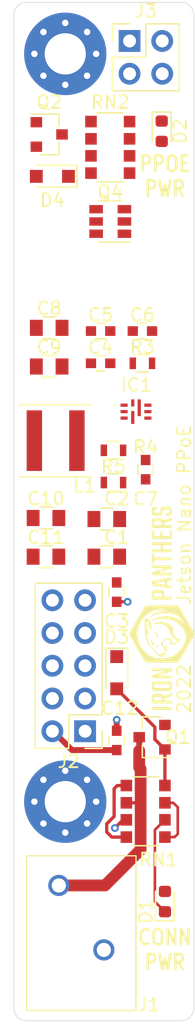
<source format=kicad_pcb>
(kicad_pcb (version 20171130) (host pcbnew "(5.1.6-0)")

  (general
    (thickness 1.6)
    (drawings 26)
    (tracks 38)
    (zones 0)
    (modules 32)
    (nets 29)
  )

  (page A4)
  (layers
    (0 F.Cu signal)
    (31 B.Cu signal)
    (32 B.Adhes user)
    (33 F.Adhes user)
    (34 B.Paste user)
    (35 F.Paste user)
    (36 B.SilkS user)
    (37 F.SilkS user)
    (38 B.Mask user)
    (39 F.Mask user)
    (40 Dwgs.User user)
    (41 Cmts.User user)
    (42 Eco1.User user)
    (43 Eco2.User user)
    (44 Edge.Cuts user)
    (45 Margin user)
    (46 B.CrtYd user)
    (47 F.CrtYd user)
    (48 B.Fab user)
    (49 F.Fab user hide)
  )

  (setup
    (last_trace_width 0.254)
    (user_trace_width 0.1524)
    (user_trace_width 0.2032)
    (user_trace_width 0.254)
    (user_trace_width 0.3048)
    (user_trace_width 0.4572)
    (user_trace_width 0.6096)
    (user_trace_width 0.762)
    (user_trace_width 0.9144)
    (trace_clearance 0.2032)
    (zone_clearance 0.508)
    (zone_45_only no)
    (trace_min 0.15)
    (via_size 0.6096)
    (via_drill 0.3048)
    (via_min_size 0.3)
    (via_min_drill 0.3)
    (user_via 0.6096 0.3048)
    (uvia_size 0.3)
    (uvia_drill 0.1)
    (uvias_allowed no)
    (uvia_min_size 0.2)
    (uvia_min_drill 0.1)
    (edge_width 0.05)
    (segment_width 0.2)
    (pcb_text_width 0.3)
    (pcb_text_size 1.5 1.5)
    (mod_edge_width 0.12)
    (mod_text_size 1 1)
    (mod_text_width 0.15)
    (pad_size 1.524 1.524)
    (pad_drill 0.762)
    (pad_to_mask_clearance 0.05)
    (aux_axis_origin 0 0)
    (visible_elements 7FFFFFFF)
    (pcbplotparams
      (layerselection 0x010fc_ffffffff)
      (usegerberextensions false)
      (usegerberattributes true)
      (usegerberadvancedattributes true)
      (creategerberjobfile true)
      (excludeedgelayer true)
      (linewidth 0.100000)
      (plotframeref false)
      (viasonmask false)
      (mode 1)
      (useauxorigin false)
      (hpglpennumber 1)
      (hpglpenspeed 20)
      (hpglpendiameter 15.000000)
      (psnegative false)
      (psa4output false)
      (plotreference true)
      (plotvalue true)
      (plotinvisibletext false)
      (padsonsilk false)
      (subtractmaskfromsilk false)
      (outputformat 1)
      (mirror false)
      (drillshape 1)
      (scaleselection 1)
      (outputdirectory ""))
  )

  (net 0 "")
  (net 1 "Net-(IC1-Pad3)")
  (net 2 +12V)
  (net 3 GND)
  (net 4 /IC1_VCC)
  (net 5 /IC1_SS)
  (net 6 /IC1_SW)
  (net 7 /IC1_BST_R)
  (net 8 +5V)
  (net 9 /IC1_FB)
  (net 10 /IC1_BST)
  (net 11 /UART1_RXD)
  (net 12 /UART1_TXD)
  (net 13 "Net-(J2-Pad7)")
  (net 14 /I2C1_SCL)
  (net 15 /I2C1_SDA)
  (net 16 +3V3)
  (net 17 /12V_CONN)
  (net 18 /12V_G)
  (net 19 /12V_CONN_K)
  (net 20 /TR2_TAP_K)
  (net 21 /12V_2_G)
  (net 22 /TR1_TAP)
  (net 23 /TR0_TAP)
  (net 24 /TR2_TAP)
  (net 25 /12V_CONN_R)
  (net 26 /12V_2_G_R)
  (net 27 /12V_G_R)
  (net 28 /TR2_TAP_R)

  (net_class Default "This is the default net class."
    (clearance 0.2032)
    (trace_width 0.254)
    (via_dia 0.6096)
    (via_drill 0.3048)
    (uvia_dia 0.3)
    (uvia_drill 0.1)
    (add_net +12V)
    (add_net +3V3)
    (add_net +5V)
    (add_net /12V_2_G)
    (add_net /12V_2_G_R)
    (add_net /12V_CONN)
    (add_net /12V_CONN_K)
    (add_net /12V_CONN_R)
    (add_net /12V_G)
    (add_net /12V_G_R)
    (add_net /I2C1_SCL)
    (add_net /I2C1_SDA)
    (add_net /IC1_BST)
    (add_net /IC1_BST_R)
    (add_net /IC1_FB)
    (add_net /IC1_SS)
    (add_net /IC1_SW)
    (add_net /IC1_VCC)
    (add_net /TR0_TAP)
    (add_net /TR1_TAP)
    (add_net /TR2_TAP)
    (add_net /TR2_TAP_K)
    (add_net /TR2_TAP_R)
    (add_net /UART1_RXD)
    (add_net /UART1_TXD)
    (add_net GND)
    (add_net "Net-(IC1-Pad3)")
    (add_net "Net-(J2-Pad7)")
  )

  (module frc-on-ftc-hw:iron_panthers_wordmark_silk_5mm (layer F.Cu) (tedit 0) (tstamp 626BA247)
    (at 157.5 108 90)
    (fp_text reference G*** (at 0 0 90) (layer F.SilkS) hide
      (effects (font (size 1.524 1.524) (thickness 0.3)))
    )
    (fp_text value LOGO (at 0.75 0 90) (layer F.SilkS) hide
      (effects (font (size 1.524 1.524) (thickness 0.3)))
    )
    (fp_poly (pts (xy -1.965977 -2.524899) (xy -1.942461 -2.519804) (xy -1.934806 -2.515897) (xy -1.916712 -2.50595)
      (xy -1.888732 -2.490279) (xy -1.851419 -2.469202) (xy -1.805329 -2.443036) (xy -1.751014 -2.412099)
      (xy -1.68903 -2.376707) (xy -1.61993 -2.337177) (xy -1.544268 -2.293827) (xy -1.462599 -2.246974)
      (xy -1.375475 -2.196935) (xy -1.283452 -2.144028) (xy -1.187083 -2.088568) (xy -1.086923 -2.030875)
      (xy -0.983525 -1.971264) (xy -0.89535 -1.920388) (xy -0.748838 -1.835767) (xy -0.613344 -1.757393)
      (xy -0.488836 -1.685247) (xy -0.375285 -1.619312) (xy -0.27266 -1.55957) (xy -0.180931 -1.506003)
      (xy -0.100069 -1.458594) (xy -0.030041 -1.417325) (xy 0.029181 -1.382178) (xy 0.077628 -1.353134)
      (xy 0.115331 -1.330177) (xy 0.142319 -1.313289) (xy 0.158624 -1.302452) (xy 0.163155 -1.298968)
      (xy 0.188237 -1.272709) (xy 0.204822 -1.245183) (xy 0.209193 -1.234571) (xy 0.210764 -1.230259)
      (xy 0.212204 -1.225718) (xy 0.213518 -1.220403) (xy 0.214713 -1.213765) (xy 0.215793 -1.205259)
      (xy 0.216764 -1.194338) (xy 0.217633 -1.180455) (xy 0.218405 -1.163063) (xy 0.219086 -1.141615)
      (xy 0.219681 -1.115565) (xy 0.220197 -1.084366) (xy 0.220638 -1.047471) (xy 0.221011 -1.004333)
      (xy 0.221322 -0.954406) (xy 0.221575 -0.897143) (xy 0.221778 -0.831997) (xy 0.221935 -0.758421)
      (xy 0.222053 -0.675868) (xy 0.222137 -0.583793) (xy 0.222193 -0.481647) (xy 0.222226 -0.368885)
      (xy 0.222243 -0.244959) (xy 0.222249 -0.109323) (xy 0.22225 0.009525) (xy 0.222248 0.155069)
      (xy 0.222239 0.288459) (xy 0.222218 0.410243) (xy 0.222179 0.520967) (xy 0.222115 0.621176)
      (xy 0.222022 0.711419) (xy 0.221894 0.79224) (xy 0.221725 0.864188) (xy 0.22151 0.927808)
      (xy 0.221243 0.983647) (xy 0.220918 1.032251) (xy 0.220529 1.074167) (xy 0.220072 1.109943)
      (xy 0.21954 1.140123) (xy 0.218928 1.165255) (xy 0.21823 1.185885) (xy 0.217441 1.20256)
      (xy 0.216555 1.215826) (xy 0.215565 1.22623) (xy 0.214468 1.234319) (xy 0.213256 1.240638)
      (xy 0.211925 1.245736) (xy 0.210469 1.250157) (xy 0.209437 1.252967) (xy 0.192831 1.284981)
      (xy 0.169853 1.313428) (xy 0.16975 1.31353) (xy 0.161587 1.319728) (xy 0.144664 1.330872)
      (xy 0.118813 1.347059) (xy 0.083866 1.368389) (xy 0.039655 1.39496) (xy -0.013986 1.426871)
      (xy -0.077226 1.464219) (xy -0.150233 1.507104) (xy -0.233173 1.555625) (xy -0.326215 1.609879)
      (xy -0.429526 1.669966) (xy -0.543274 1.735983) (xy -0.667626 1.80803) (xy -0.802751 1.886206)
      (xy -0.885825 1.934221) (xy -0.991696 1.995364) (xy -1.09482 2.054865) (xy -1.194643 2.112408)
      (xy -1.29061 2.167673) (xy -1.382165 2.220343) (xy -1.468754 2.270101) (xy -1.549822 2.316627)
      (xy -1.624813 2.359606) (xy -1.693174 2.398718) (xy -1.754347 2.433645) (xy -1.807779 2.464071)
      (xy -1.852915 2.489676) (xy -1.889199 2.510143) (xy -1.916077 2.525155) (xy -1.932993 2.534393)
      (xy -1.939136 2.537472) (xy -1.976286 2.545427) (xy -2.017292 2.545433) (xy -2.056433 2.537757)
      (xy -2.073275 2.531235) (xy -2.085477 2.524884) (xy -2.107715 2.512662) (xy -2.13933 2.494952)
      (xy -2.179659 2.472139) (xy -2.228042 2.444605) (xy -2.283816 2.412736) (xy -2.346321 2.376915)
      (xy -2.414894 2.337525) (xy -2.488875 2.294951) (xy -2.567603 2.249577) (xy -2.650415 2.201786)
      (xy -2.73665 2.151962) (xy -2.825646 2.100489) (xy -2.916744 2.047752) (xy -3.00928 1.994133)
      (xy -3.102594 1.940018) (xy -3.196024 1.885789) (xy -3.288908 1.83183) (xy -3.380586 1.778526)
      (xy -3.470395 1.72626) (xy -3.557676 1.675417) (xy -3.641765 1.626379) (xy -3.722001 1.579532)
      (xy -3.797724 1.535258) (xy -3.868271 1.493942) (xy -3.932982 1.455967) (xy -3.991194 1.421719)
      (xy -4.042247 1.391579) (xy -4.085479 1.365932) (xy -4.120229 1.345163) (xy -4.145834 1.329655)
      (xy -4.161635 1.319791) (xy -4.166796 1.316199) (xy -4.183563 1.296431) (xy -4.199253 1.27221)
      (xy -4.204896 1.261156) (xy -4.219575 1.228725) (xy -4.219575 0.003175) (xy -3.882499 0.003175)
      (xy -3.882377 0.060252) (xy -3.881936 0.106853) (xy -3.881061 0.145198) (xy -3.87964 0.17751)
      (xy -3.877559 0.206011) (xy -3.874705 0.23292) (xy -3.870965 0.260461) (xy -3.86856 0.276225)
      (xy -3.8379 0.432436) (xy -3.795787 0.583314) (xy -3.74232 0.728652) (xy -3.677594 0.868249)
      (xy -3.601708 1.0019) (xy -3.514759 1.1294) (xy -3.416843 1.250546) (xy -3.388884 1.281763)
      (xy -3.280433 1.391027) (xy -3.164329 1.490255) (xy -3.040959 1.579243) (xy -2.910707 1.657787)
      (xy -2.77396 1.725682) (xy -2.631103 1.782725) (xy -2.482522 1.828711) (xy -2.328602 1.863438)
      (xy -2.270125 1.873431) (xy -2.225821 1.879462) (xy -2.18851 1.882012) (xy -2.153241 1.880974)
      (xy -2.115061 1.876239) (xy -2.07645 1.869192) (xy -1.977239 1.843612) (xy -1.876461 1.806471)
      (xy -1.775163 1.758641) (xy -1.674392 1.700988) (xy -1.575194 1.634382) (xy -1.478616 1.559691)
      (xy -1.385705 1.477785) (xy -1.297506 1.389532) (xy -1.215068 1.2958) (xy -1.139437 1.197459)
      (xy -1.071658 1.095378) (xy -1.01278 0.990424) (xy -1.009186 0.983326) (xy -0.970223 0.896494)
      (xy -0.935032 0.799299) (xy -0.903937 0.693598) (xy -0.877264 0.58125) (xy -0.855338 0.464115)
      (xy -0.838484 0.34405) (xy -0.827026 0.222916) (xy -0.821289 0.102571) (xy -0.821599 -0.015126)
      (xy -0.824257 -0.074669) (xy -0.834614 -0.199249) (xy -0.850233 -0.317902) (xy -0.870838 -0.429185)
      (xy -0.896152 -0.531658) (xy -0.925899 -0.623878) (xy -0.933254 -0.643269) (xy -0.943436 -0.670689)
      (xy -0.951076 -0.693971) (xy -0.955381 -0.710497) (xy -0.955741 -0.717445) (xy -0.945849 -0.723805)
      (xy -0.931527 -0.719633) (xy -0.913616 -0.705953) (xy -0.89296 -0.683785) (xy -0.870401 -0.654151)
      (xy -0.84678 -0.618075) (xy -0.822941 -0.576578) (xy -0.799725 -0.530683) (xy -0.796944 -0.524763)
      (xy -0.746025 -0.40208) (xy -0.703369 -0.271144) (xy -0.669177 -0.133515) (xy -0.643652 0.009247)
      (xy -0.626994 0.155581) (xy -0.619404 0.303928) (xy -0.621085 0.452728) (xy -0.632238 0.600419)
      (xy -0.641849 0.676275) (xy -0.668481 0.821368) (xy -0.70542 0.959286) (xy -0.752957 1.090661)
      (xy -0.811383 1.216127) (xy -0.880987 1.336315) (xy -0.962062 1.451859) (xy -1.043806 1.550965)
      (xy -1.099903 1.607803) (xy -1.166566 1.663886) (xy -1.241699 1.71746) (xy -1.246625 1.720683)
      (xy -1.272146 1.737529) (xy -1.29328 1.751926) (xy -1.308018 1.762471) (xy -1.314349 1.767761)
      (xy -1.31445 1.768001) (xy -1.309067 1.767523) (xy -1.294086 1.762131) (xy -1.27126 1.752606)
      (xy -1.242339 1.739733) (xy -1.209076 1.724293) (xy -1.173224 1.70707) (xy -1.136535 1.688846)
      (xy -1.130755 1.685916) (xy -1.073524 1.654948) (xy -1.013854 1.619272) (xy -0.953313 1.580078)
      (xy -0.893465 1.538555) (xy -0.835876 1.495895) (xy -0.782113 1.453289) (xy -0.73374 1.411925)
      (xy -0.692324 1.372996) (xy -0.65943 1.337691) (xy -0.640537 1.313201) (xy -0.603745 1.253493)
      (xy -0.567041 1.183396) (xy -0.531275 1.105197) (xy -0.497298 1.021186) (xy -0.46596 0.93365)
      (xy -0.438113 0.844876) (xy -0.414606 0.757154) (xy -0.39629 0.672771) (xy -0.390737 0.641261)
      (xy -0.384061 0.590624) (xy -0.378745 0.530109) (xy -0.374889 0.462473) (xy -0.372595 0.390476)
      (xy -0.371961 0.316875) (xy -0.373089 0.244429) (xy -0.374748 0.200626) (xy -0.386041 0.038472)
      (xy -0.403969 -0.112854) (xy -0.428532 -0.253352) (xy -0.45973 -0.383023) (xy -0.497563 -0.501868)
      (xy -0.542032 -0.609887) (xy -0.593137 -0.707081) (xy -0.650879 -0.793451) (xy -0.676648 -0.825947)
      (xy -0.693914 -0.847272) (xy -0.707577 -0.865333) (xy -0.715872 -0.877729) (xy -0.71755 -0.881619)
      (xy -0.71314 -0.889963) (xy -0.700589 -0.890016) (xy -0.680922 -0.882278) (xy -0.655161 -0.867251)
      (xy -0.624331 -0.845438) (xy -0.59362 -0.820859) (xy -0.53116 -0.760769) (xy -0.473012 -0.689402)
      (xy -0.419427 -0.607511) (xy -0.370657 -0.515853) (xy -0.326951 -0.415182) (xy -0.288563 -0.306255)
      (xy -0.255741 -0.189825) (xy -0.228738 -0.066649) (xy -0.207804 0.06252) (xy -0.19319 0.196924)
      (xy -0.185148 0.33581) (xy -0.183623 0.41275) (xy -0.183308 0.452335) (xy -0.182865 0.48049)
      (xy -0.182147 0.498482) (xy -0.181007 0.507582) (xy -0.1793 0.509058) (xy -0.176877 0.504179)
      (xy -0.174045 0.495658) (xy -0.15679 0.431295) (xy -0.141943 0.356929) (xy -0.129821 0.27508)
      (xy -0.120742 0.18827) (xy -0.115022 0.099023) (xy -0.112978 0.00986) (xy -0.112978 0.009525)
      (xy -0.115407 -0.104199) (xy -0.123226 -0.209991) (xy -0.136893 -0.311625) (xy -0.156863 -0.41287)
      (xy -0.171185 -0.471639) (xy -0.215589 -0.618067) (xy -0.271205 -0.759122) (xy -0.337518 -0.894299)
      (xy -0.41401 -1.023093) (xy -0.500164 -1.144996) (xy -0.595462 -1.259502) (xy -0.699387 -1.366107)
      (xy -0.811422 -1.464304) (xy -0.931049 -1.553586) (xy -1.057752 -1.633449) (xy -1.191013 -1.703385)
      (xy -1.330315 -1.76289) (xy -1.475141 -1.811456) (xy -1.565275 -1.835328) (xy -1.632875 -1.850498)
      (xy -1.69539 -1.862224) (xy -1.756147 -1.870873) (xy -1.818473 -1.876816) (xy -1.885696 -1.880422)
      (xy -1.961141 -1.88206) (xy -1.98755 -1.882229) (xy -2.054391 -1.882073) (xy -2.111568 -1.880935)
      (xy -2.162098 -1.878546) (xy -2.208995 -1.87464) (xy -2.255276 -1.868948) (xy -2.303958 -1.861202)
      (xy -2.358055 -1.851133) (xy -2.3749 -1.847797) (xy -2.522855 -1.811859) (xy -2.666048 -1.76445)
      (xy -2.803959 -1.70607) (xy -2.936067 -1.637217) (xy -3.061853 -1.558392) (xy -3.180797 -1.470094)
      (xy -3.292378 -1.372823) (xy -3.396076 -1.267078) (xy -3.491372 -1.153359) (xy -3.577744 -1.032166)
      (xy -3.654674 -0.903997) (xy -3.721641 -0.769352) (xy -3.778124 -0.628732) (xy -3.823604 -0.482635)
      (xy -3.832611 -0.447675) (xy -3.846861 -0.387823) (xy -3.858216 -0.334064) (xy -3.866979 -0.283666)
      (xy -3.873453 -0.233899) (xy -3.877939 -0.182031) (xy -3.880739 -0.12533) (xy -3.882156 -0.061064)
      (xy -3.882499 0.003175) (xy -4.219575 0.003175) (xy -4.219575 -1.209675) (xy -4.204896 -1.242107)
      (xy -4.191603 -1.265748) (xy -4.174709 -1.288561) (xy -4.166796 -1.297061) (xy -4.159214 -1.302263)
      (xy -4.141282 -1.313411) (xy -4.113662 -1.33012) (xy -4.077013 -1.352009) (xy -4.031998 -1.378694)
      (xy -3.979277 -1.409792) (xy -3.919512 -1.44492) (xy -3.853363 -1.483695) (xy -3.781492 -1.525734)
      (xy -3.70456 -1.570655) (xy -3.623228 -1.618074) (xy -3.538158 -1.667608) (xy -3.450009 -1.718875)
      (xy -3.359444 -1.771491) (xy -3.267124 -1.825074) (xy -3.173709 -1.87924) (xy -3.079861 -1.933607)
      (xy -2.986241 -1.987791) (xy -2.89351 -2.04141) (xy -2.802329 -2.09408) (xy -2.713359 -2.145419)
      (xy -2.627262 -2.195044) (xy -2.544699 -2.242572) (xy -2.46633 -2.287619) (xy -2.392817 -2.329803)
      (xy -2.32482 -2.368741) (xy -2.263002 -2.40405) (xy -2.208023 -2.435347) (xy -2.160545 -2.462248)
      (xy -2.121228 -2.484372) (xy -2.090733 -2.501335) (xy -2.069722 -2.512754) (xy -2.058856 -2.518246)
      (xy -2.058079 -2.518557) (xy -2.030933 -2.524605) (xy -1.998208 -2.52674) (xy -1.965977 -2.524899)) (layer F.SilkS) (width 0.01))
    (fp_poly (pts (xy -7.661275 0.784225) (xy -7.770838 0.785962) (xy -7.880401 0.7877) (xy -7.878788 0.011262)
      (xy -7.877175 -0.765175) (xy -7.661275 -0.765175) (xy -7.661275 0.784225)) (layer F.SilkS) (width 0.01))
    (fp_poly (pts (xy -7.135813 -0.768238) (xy -7.078844 -0.768058) (xy -7.023627 -0.767595) (xy -6.971986 -0.766886)
      (xy -6.925745 -0.765966) (xy -6.886728 -0.764873) (xy -6.856759 -0.763642) (xy -6.837663 -0.762309)
      (xy -6.837639 -0.762307) (xy -6.782187 -0.752436) (xy -6.73686 -0.735281) (xy -6.701052 -0.710357)
      (xy -6.674163 -0.677179) (xy -6.65559 -0.635264) (xy -6.649233 -0.610875) (xy -6.647227 -0.594637)
      (xy -6.64554 -0.5675) (xy -6.644169 -0.531156) (xy -6.64311 -0.487296) (xy -6.642358 -0.437611)
      (xy -6.641909 -0.383791) (xy -6.641759 -0.327526) (xy -6.641905 -0.270508) (xy -6.642341 -0.214428)
      (xy -6.643065 -0.160975) (xy -6.64407 -0.111842) (xy -6.645355 -0.068718) (xy -6.646914 -0.033293)
      (xy -6.648743 -0.00726) (xy -6.65074 0.007286) (xy -6.666842 0.054393) (xy -6.691073 0.09198)
      (xy -6.724125 0.120824) (xy -6.76669 0.141699) (xy -6.772506 0.143717) (xy -6.790575 0.149892)
      (xy -6.802821 0.154347) (xy -6.805841 0.155664) (xy -6.803961 0.161677) (xy -6.797887 0.178424)
      (xy -6.788038 0.204809) (xy -6.774831 0.239732) (xy -6.758684 0.282095) (xy -6.740015 0.3308)
      (xy -6.719242 0.384749) (xy -6.696782 0.442844) (xy -6.686778 0.468649) (xy -6.663671 0.528276)
      (xy -6.642013 0.584299) (xy -6.622228 0.635608) (xy -6.604742 0.681093) (xy -6.589981 0.719646)
      (xy -6.57837 0.750156) (xy -6.570335 0.771514) (xy -6.5663 0.782611) (xy -6.5659 0.783944)
      (xy -6.571921 0.78503) (xy -6.588671 0.785807) (xy -6.614184 0.786245) (xy -6.646491 0.786308)
      (xy -6.683626 0.785963) (xy -6.684389 0.785952) (xy -6.802877 0.784225) (xy -7.033949 0.161925)
      (xy -7.156331 0.158291) (xy -7.159625 0.784225) (xy -7.269163 0.785962) (xy -7.3787 0.787699)
      (xy -7.3787 -0.5842) (xy -7.15645 -0.5842) (xy -7.15645 -0.018338) (xy -7.023313 -0.020282)
      (xy -6.978253 -0.021043) (xy -6.944176 -0.021939) (xy -6.919365 -0.023127) (xy -6.902105 -0.024766)
      (xy -6.890679 -0.027012) (xy -6.88337 -0.030025) (xy -6.878851 -0.033565) (xy -6.876027 -0.037131)
      (xy -6.873713 -0.042428) (xy -6.871859 -0.050653) (xy -6.870415 -0.063001) (xy -6.86933 -0.080668)
      (xy -6.868553 -0.104851) (xy -6.868035 -0.136747) (xy -6.867725 -0.177551) (xy -6.867572 -0.228459)
      (xy -6.867526 -0.290669) (xy -6.867525 -0.302413) (xy -6.867525 -0.559923) (xy -6.882516 -0.572062)
      (xy -6.88858 -0.576192) (xy -6.896353 -0.579269) (xy -6.907651 -0.581446) (xy -6.924292 -0.582875)
      (xy -6.94809 -0.583708) (xy -6.980863 -0.584099) (xy -7.024426 -0.5842) (xy -7.15645 -0.5842)
      (xy -7.3787 -0.5842) (xy -7.3787 -0.76835) (xy -7.135813 -0.768238)) (layer F.SilkS) (width 0.01))
    (fp_poly (pts (xy -5.984997 -0.765093) (xy -5.939104 -0.764795) (xy -5.902781 -0.764206) (xy -5.874464 -0.763252)
      (xy -5.852589 -0.761857) (xy -5.835592 -0.759947) (xy -5.821909 -0.757447) (xy -5.809974 -0.754281)
      (xy -5.809085 -0.754008) (xy -5.764348 -0.734334) (xy -5.728509 -0.705654) (xy -5.701284 -0.667733)
      (xy -5.699191 -0.663752) (xy -5.680075 -0.626373) (xy -5.680075 0.645422) (xy -5.699191 0.682801)
      (xy -5.725934 0.721875) (xy -5.761337 0.751704) (xy -5.805058 0.772001) (xy -5.805768 0.772229)
      (xy -5.818238 0.77552) (xy -5.83382 0.778147) (xy -5.8541 0.780205) (xy -5.880665 0.781787)
      (xy -5.915101 0.782985) (xy -5.958994 0.783893) (xy -6.01393 0.784605) (xy -6.016625 0.784633)
      (xy -6.065203 0.784927) (xy -6.111657 0.784814) (xy -6.153871 0.784329) (xy -6.189727 0.783508)
      (xy -6.217109 0.782385) (xy -6.23385 0.781005) (xy -6.286037 0.768838) (xy -6.328931 0.748038)
      (xy -6.362702 0.718442) (xy -6.387521 0.679886) (xy -6.403557 0.632207) (xy -6.406849 0.615073)
      (xy -6.408013 0.6014) (xy -6.409066 0.57617) (xy -6.410008 0.540527) (xy -6.410839 0.495615)
      (xy -6.41156 0.442575) (xy -6.41217 0.382551) (xy -6.412669 0.316687) (xy -6.413059 0.246125)
      (xy -6.413338 0.172009) (xy -6.413507 0.095482) (xy -6.413566 0.017686) (xy -6.413542 -0.0211)
      (xy -6.1849 -0.0211) (xy -6.1849 0.009525) (xy -6.184895 0.107387) (xy -6.184869 0.193342)
      (xy -6.184803 0.268183) (xy -6.184681 0.332701) (xy -6.184485 0.387688) (xy -6.184198 0.433939)
      (xy -6.183803 0.472244) (xy -6.183283 0.503397) (xy -6.182619 0.52819) (xy -6.181795 0.547415)
      (xy -6.180794 0.561865) (xy -6.179598 0.572333) (xy -6.178189 0.579611) (xy -6.176551 0.584492)
      (xy -6.174666 0.587768) (xy -6.172517 0.590231) (xy -6.1722 0.59055) (xy -6.166856 0.595061)
      (xy -6.159911 0.598361) (xy -6.149458 0.600636) (xy -6.13359 0.602074) (xy -6.1104 0.602864)
      (xy -6.077978 0.603192) (xy -6.043239 0.60325) (xy -5.996997 0.60295) (xy -5.962254 0.602)
      (xy -5.93782 0.600325) (xy -5.922508 0.597848) (xy -5.91589 0.595142) (xy -5.907352 0.583928)
      (xy -5.900148 0.566345) (xy -5.898953 0.561804) (xy -5.897957 0.551149) (xy -5.897054 0.52896)
      (xy -5.896247 0.496402) (xy -5.895533 0.45464) (xy -5.894914 0.40484) (xy -5.89439 0.348166)
      (xy -5.893961 0.285783) (xy -5.893627 0.218857) (xy -5.893388 0.148553) (xy -5.893245 0.076034)
      (xy -5.893197 0.002468) (xy -5.893245 -0.070982) (xy -5.893388 -0.14315) (xy -5.893628 -0.212872)
      (xy -5.893964 -0.278982) (xy -5.894396 -0.340314) (xy -5.894924 -0.395706) (xy -5.895549 -0.44399)
      (xy -5.896271 -0.484002) (xy -5.89709 -0.514577) (xy -5.898005 -0.53455) (xy -5.898808 -0.542114)
      (xy -5.904223 -0.559776) (xy -5.910396 -0.572337) (xy -5.911659 -0.573864) (xy -5.921149 -0.57685)
      (xy -5.942885 -0.579333) (xy -5.976421 -0.581281) (xy -6.02131 -0.582664) (xy -6.038772 -0.582994)
      (xy -6.080744 -0.583613) (xy -6.111897 -0.583789) (xy -6.134112 -0.583365) (xy -6.149267 -0.582185)
      (xy -6.15924 -0.580092) (xy -6.165911 -0.576928) (xy -6.171158 -0.572537) (xy -6.171819 -0.571882)
      (xy -6.174071 -0.569467) (xy -6.176049 -0.566486) (xy -6.177769 -0.562144) (xy -6.179251 -0.555649)
      (xy -6.180512 -0.546207) (xy -6.18157 -0.533027) (xy -6.182443 -0.515314) (xy -6.183148 -0.492275)
      (xy -6.183703 -0.463119) (xy -6.184127 -0.427051) (xy -6.184436 -0.383279) (xy -6.18465 -0.33101)
      (xy -6.184785 -0.269451) (xy -6.18486 -0.197808) (xy -6.184893 -0.115289) (xy -6.1849 -0.0211)
      (xy -6.413542 -0.0211) (xy -6.413516 -0.060234) (xy -6.413356 -0.137137) (xy -6.413086 -0.211878)
      (xy -6.412706 -0.283314) (xy -6.412217 -0.350303) (xy -6.411619 -0.411702) (xy -6.410912 -0.466366)
      (xy -6.410096 -0.513154) (xy -6.409171 -0.550921) (xy -6.408137 -0.578525) (xy -6.406994 -0.594823)
      (xy -6.406731 -0.596761) (xy -6.393143 -0.646891) (xy -6.370137 -0.688665) (xy -6.33796 -0.721786)
      (xy -6.296861 -0.745957) (xy -6.274966 -0.754008) (xy -6.263101 -0.757228) (xy -6.249607 -0.759777)
      (xy -6.23292 -0.76173) (xy -6.211476 -0.763161) (xy -6.18371 -0.764147) (xy -6.148057 -0.764761)
      (xy -6.102955 -0.765078) (xy -6.046837 -0.765175) (xy -6.042025 -0.765175) (xy -5.984997 -0.765093)) (layer F.SilkS) (width 0.01))
    (fp_poly (pts (xy -4.770438 -0.766924) (xy -4.670425 -0.765175) (xy -4.670425 0.784225) (xy -4.892646 0.784225)
      (xy -5.054586 0.22933) (xy -5.216525 -0.325565) (xy -5.222875 0.784225) (xy -5.322888 0.785973)
      (xy -5.4229 0.787722) (xy -5.4229 -0.768637) (xy -5.307013 -0.766906) (xy -5.191125 -0.765175)
      (xy -5.035256 -0.230423) (xy -5.011984 -0.150704) (xy -4.989664 -0.074481) (xy -4.968558 -0.002634)
      (xy -4.948928 0.063955) (xy -4.931035 0.124403) (xy -4.915143 0.17783) (xy -4.901513 0.223354)
      (xy -4.890408 0.260093) (xy -4.882089 0.287165) (xy -4.876819 0.303689) (xy -4.874919 0.308798)
      (xy -4.874245 0.303287) (xy -4.873602 0.285986) (xy -4.872997 0.257808) (xy -4.872438 0.219662)
      (xy -4.871933 0.172461) (xy -4.87149 0.117114) (xy -4.871115 0.054532) (xy -4.870816 -0.014372)
      (xy -4.870601 -0.088689) (xy -4.870478 -0.167507) (xy -4.87045 -0.227703) (xy -4.87045 -0.768673)
      (xy -4.770438 -0.766924)) (layer F.SilkS) (width 0.01))
    (fp_poly (pts (xy 0.919162 -0.768302) (xy 0.995207 -0.768132) (xy 1.059753 -0.767599) (xy 1.113996 -0.766623)
      (xy 1.159133 -0.765122) (xy 1.196363 -0.763015) (xy 1.226881 -0.760221) (xy 1.251886 -0.756659)
      (xy 1.272574 -0.752248) (xy 1.290143 -0.746906) (xy 1.301668 -0.74238) (xy 1.33585 -0.721447)
      (xy 1.36582 -0.691246) (xy 1.388514 -0.655155) (xy 1.395069 -0.639258) (xy 1.397691 -0.630882)
      (xy 1.399883 -0.621318) (xy 1.401682 -0.609415) (xy 1.403128 -0.594021) (xy 1.404257 -0.573984)
      (xy 1.405108 -0.548154) (xy 1.40572 -0.515377) (xy 1.406129 -0.474503) (xy 1.406374 -0.424379)
      (xy 1.406493 -0.363853) (xy 1.406525 -0.2921) (xy 1.406505 -0.217392) (xy 1.406377 -0.154226)
      (xy 1.406033 -0.101447) (xy 1.405366 -0.057897) (xy 1.404271 -0.022419) (xy 1.402641 0.006144)
      (xy 1.400369 0.028948) (xy 1.39735 0.047151) (xy 1.393476 0.061909) (xy 1.388641 0.07438)
      (xy 1.382739 0.08572) (xy 1.375664 0.097086) (xy 1.369926 0.105722) (xy 1.354096 0.125775)
      (xy 1.334824 0.141879) (xy 1.307847 0.157542) (xy 1.305588 0.158698) (xy 1.261802 0.180975)
      (xy 1.078638 0.182997) (xy 0.895473 0.18502) (xy 0.893824 0.484622) (xy 0.892175 0.784225)
      (xy 0.782637 0.785962) (xy 0.6731 0.787699) (xy 0.6731 -0.5842) (xy 0.89535 -0.5842)
      (xy 0.89535 0.00635) (xy 1.025525 0.00635) (xy 1.069639 0.006271) (xy 1.10283 0.005931)
      (xy 1.126873 0.005178) (xy 1.143544 0.003857) (xy 1.154617 0.001814) (xy 1.161869 -0.001105)
      (xy 1.167076 -0.005053) (xy 1.168045 -0.005996) (xy 1.17802 -0.021145) (xy 1.184232 -0.039334)
      (xy 1.185037 -0.050229) (xy 1.185688 -0.072312) (xy 1.186175 -0.104072) (xy 1.186487 -0.143997)
      (xy 1.186613 -0.190576) (xy 1.186542 -0.242297) (xy 1.186264 -0.29765) (xy 1.186174 -0.310129)
      (xy 1.184275 -0.559933) (xy 1.169284 -0.572067) (xy 1.163219 -0.576195) (xy 1.155441 -0.579271)
      (xy 1.144135 -0.581447) (xy 1.127484 -0.582876) (xy 1.103672 -0.583709) (xy 1.070883 -0.5841)
      (xy 1.027301 -0.5842) (xy 0.89535 -0.5842) (xy 0.6731 -0.5842) (xy 0.6731 -0.76835)
      (xy 0.919162 -0.768302)) (layer F.SilkS) (width 0.01))
    (fp_poly (pts (xy 1.992282 -0.768108) (xy 2.034048 -0.767413) (xy 2.067262 -0.766309) (xy 2.090715 -0.764844)
      (xy 2.1032 -0.763063) (xy 2.104893 -0.762213) (xy 2.106393 -0.755571) (xy 2.11009 -0.737353)
      (xy 2.115814 -0.708461) (xy 2.123391 -0.669796) (xy 2.132647 -0.62226) (xy 2.143412 -0.566754)
      (xy 2.155511 -0.50418) (xy 2.168772 -0.435438) (xy 2.183023 -0.36143) (xy 2.19809 -0.283058)
      (xy 2.213801 -0.201222) (xy 2.229983 -0.116825) (xy 2.246464 -0.030767) (xy 2.26307 0.05605)
      (xy 2.279629 0.142726) (xy 2.295969 0.228357) (xy 2.311916 0.312044) (xy 2.327298 0.392885)
      (xy 2.341942 0.469978) (xy 2.355675 0.542423) (xy 2.368325 0.609317) (xy 2.379719 0.66976)
      (xy 2.389684 0.72285) (xy 2.397286 0.763587) (xy 2.401713 0.7874) (xy 2.179059 0.7874)
      (xy 2.175488 0.769937) (xy 2.17343 0.758863) (xy 2.169593 0.737262) (xy 2.164324 0.707131)
      (xy 2.157972 0.670464) (xy 2.150883 0.629256) (xy 2.146433 0.60325) (xy 2.139097 0.560507)
      (xy 2.132304 0.521325) (xy 2.126397 0.487648) (xy 2.121718 0.461417) (xy 2.118609 0.444577)
      (xy 2.117628 0.439737) (xy 2.114308 0.42545) (xy 1.786983 0.42545) (xy 1.758679 0.604837)
      (xy 1.730375 0.784225) (xy 1.620837 0.785962) (xy 1.578366 0.786392) (xy 1.547377 0.786098)
      (xy 1.52667 0.785017) (xy 1.515046 0.783083) (xy 1.511303 0.780233) (xy 1.5113 0.780132)
      (xy 1.512381 0.773151) (xy 1.515516 0.754599) (xy 1.520539 0.725411) (xy 1.527286 0.686522)
      (xy 1.535591 0.638865) (xy 1.545291 0.583374) (xy 1.556219 0.520984) (xy 1.568212 0.45263)
      (xy 1.581104 0.379245) (xy 1.59473 0.301764) (xy 1.605094 0.242887) (xy 1.815956 0.242887)
      (xy 1.822041 0.244302) (xy 1.838967 0.245549) (xy 1.864878 0.246563) (xy 1.897915 0.247278)
      (xy 1.93622 0.247626) (xy 1.94945 0.24765) (xy 1.993918 0.247582) (xy 2.027271 0.247288)
      (xy 2.051091 0.246635) (xy 2.066963 0.245486) (xy 2.07647 0.243709) (xy 2.081197 0.241169)
      (xy 2.082726 0.23773) (xy 2.0828 0.236325) (xy 2.081747 0.228405) (xy 2.07874 0.209293)
      (xy 2.074003 0.180305) (xy 2.067763 0.142751) (xy 2.060244 0.097946) (xy 2.051671 0.047202)
      (xy 2.042271 -0.008168) (xy 2.032268 -0.066851) (xy 2.021888 -0.127533) (xy 2.011355 -0.188903)
      (xy 2.000897 -0.249646) (xy 1.990737 -0.308451) (xy 1.981101 -0.364003) (xy 1.972215 -0.41499)
      (xy 1.964304 -0.4601) (xy 1.957593 -0.498018) (xy 1.952307 -0.527433) (xy 1.948673 -0.547031)
      (xy 1.946915 -0.555499) (xy 1.946873 -0.555625) (xy 1.943317 -0.556544) (xy 1.941116 -0.55245)
      (xy 1.939662 -0.544974) (xy 1.93647 -0.526257) (xy 1.931746 -0.497609) (xy 1.925695 -0.460341)
      (xy 1.918525 -0.415761) (xy 1.910441 -0.365181) (xy 1.901649 -0.309909) (xy 1.892355 -0.251255)
      (xy 1.882766 -0.19053) (xy 1.873088 -0.129043) (xy 1.863526 -0.068104) (xy 1.854287 -0.009023)
      (xy 1.845578 0.046891) (xy 1.837603 0.098328) (xy 1.83057 0.143977) (xy 1.824684 0.182529)
      (xy 1.820152 0.212674) (xy 1.817179 0.233103) (xy 1.815972 0.242505) (xy 1.815956 0.242887)
      (xy 1.605094 0.242887) (xy 1.608926 0.221122) (xy 1.623528 0.138251) (xy 1.638369 0.054088)
      (xy 1.653285 -0.030435) (xy 1.668112 -0.114382) (xy 1.682684 -0.19682) (xy 1.696837 -0.276813)
      (xy 1.710406 -0.353428) (xy 1.723226 -0.425731) (xy 1.735132 -0.492787) (xy 1.745959 -0.553662)
      (xy 1.755543 -0.607422) (xy 1.763719 -0.653131) (xy 1.770321 -0.689857) (xy 1.775185 -0.716664)
      (xy 1.778147 -0.732619) (xy 1.778613 -0.735013) (xy 1.78525 -0.76835) (xy 1.943175 -0.76835)
      (xy 1.992282 -0.768108)) (layer F.SilkS) (width 0.01))
    (fp_poly (pts (xy 2.952064 -0.228957) (xy 3.108325 0.307262) (xy 3.1115 -0.228957) (xy 3.114675 -0.765175)
      (xy 3.317875 -0.765175) (xy 3.317875 0.784225) (xy 3.20864 0.785961) (xy 3.168705 0.786491)
      (xy 3.139624 0.786518) (xy 3.119553 0.785889) (xy 3.106652 0.784452) (xy 3.099077 0.782054)
      (xy 3.094988 0.778541) (xy 3.093732 0.776436) (xy 3.091149 0.768787) (xy 3.085287 0.749831)
      (xy 3.07641 0.720459) (xy 3.064779 0.681558) (xy 3.050659 0.63402) (xy 3.034312 0.578733)
      (xy 3.016002 0.516587) (xy 2.995991 0.448472) (xy 2.974543 0.375276) (xy 2.95192 0.29789)
      (xy 2.929917 0.222459) (xy 2.771775 -0.320257) (xy 2.765425 0.784225) (xy 2.665275 0.785974)
      (xy 2.625193 0.786423) (xy 2.59631 0.786096) (xy 2.577141 0.784901) (xy 2.566203 0.782748)
      (xy 2.562041 0.779624) (xy 2.561662 0.772358) (xy 2.561322 0.753175) (xy 2.561025 0.722861)
      (xy 2.560769 0.682197) (xy 2.560559 0.631969) (xy 2.560393 0.572959) (xy 2.560276 0.505952)
      (xy 2.560206 0.431731) (xy 2.560187 0.35108) (xy 2.56022 0.264784) (xy 2.560305 0.173624)
      (xy 2.560445 0.078386) (xy 2.560591 0.003175) (xy 2.562225 -0.765175) (xy 2.795804 -0.765175)
      (xy 2.952064 -0.228957)) (layer F.SilkS) (width 0.01))
    (fp_poly (pts (xy 4.202286 -0.674688) (xy 4.204048 -0.5842) (xy 3.943406 -0.5842) (xy 3.94179 0.100012)
      (xy 3.940175 0.784225) (xy 3.830637 0.785962) (xy 3.7211 0.787699) (xy 3.7211 -0.5842)
      (xy 3.460401 -0.5842) (xy 3.462163 -0.674688) (xy 3.463925 -0.765175) (xy 4.200525 -0.765175)
      (xy 4.202286 -0.674688)) (layer F.SilkS) (width 0.01))
    (fp_poly (pts (xy 5.1181 0.787699) (xy 5.008562 0.785962) (xy 4.899025 0.784225) (xy 4.897382 0.442912)
      (xy 4.895739 0.1016) (xy 4.56565 0.1016) (xy 4.56565 0.7874) (xy 4.4575 0.7874)
      (xy 4.415021 0.78714) (xy 4.383947 0.786301) (xy 4.362993 0.78479) (xy 4.350873 0.782516)
      (xy 4.346329 0.779462) (xy 4.345958 0.772217) (xy 4.345626 0.753055) (xy 4.345335 0.72276)
      (xy 4.345087 0.682117) (xy 4.344882 0.631907) (xy 4.344723 0.572915) (xy 4.34461 0.505924)
      (xy 4.344546 0.431718) (xy 4.344531 0.35108) (xy 4.344566 0.264795) (xy 4.344654 0.173644)
      (xy 4.344795 0.078413) (xy 4.344941 0.003175) (xy 4.346575 -0.765175) (xy 4.456112 -0.766913)
      (xy 4.56565 -0.76865) (xy 4.56565 -0.0762) (xy 4.89574 -0.0762) (xy 4.897382 -0.420688)
      (xy 4.899025 -0.765175) (xy 5.008562 -0.766913) (xy 5.1181 -0.76865) (xy 5.1181 0.787699)) (layer F.SilkS) (width 0.01))
    (fp_poly (pts (xy 6.0325 -0.5842) (xy 5.6007 -0.5842) (xy 5.6007 -0.10795) (xy 5.9563 -0.10795)
      (xy 5.9563 0.0762) (xy 5.6007 0.0762) (xy 5.6007 0.60325) (xy 6.051898 0.60325)
      (xy 6.050136 0.693737) (xy 6.048375 0.784225) (xy 5.713387 0.785868) (xy 5.378399 0.787512)
      (xy 5.380012 0.011168) (xy 5.381625 -0.765175) (xy 5.707062 -0.766821) (xy 6.0325 -0.768466)
      (xy 6.0325 -0.5842)) (layer F.SilkS) (width 0.01))
    (fp_poly (pts (xy 6.475412 -0.768302) (xy 6.532567 -0.768134) (xy 6.587818 -0.767676) (xy 6.639385 -0.766964)
      (xy 6.685486 -0.766035) (xy 6.724338 -0.764925) (xy 6.75416 -0.763671) (xy 6.773169 -0.762307)
      (xy 6.77392 -0.762224) (xy 6.828872 -0.751778) (xy 6.873735 -0.733967) (xy 6.909087 -0.708317)
      (xy 6.935506 -0.674356) (xy 6.953572 -0.631608) (xy 6.958817 -0.610875) (xy 6.960823 -0.594637)
      (xy 6.96251 -0.5675) (xy 6.963881 -0.531156) (xy 6.96494 -0.487296) (xy 6.965692 -0.437611)
      (xy 6.966141 -0.383791) (xy 6.966291 -0.327526) (xy 6.966145 -0.270508) (xy 6.965709 -0.214428)
      (xy 6.964985 -0.160975) (xy 6.96398 -0.111842) (xy 6.962695 -0.068718) (xy 6.961136 -0.033293)
      (xy 6.959307 -0.00726) (xy 6.95731 0.007286) (xy 6.941208 0.054393) (xy 6.916977 0.09198)
      (xy 6.883925 0.120824) (xy 6.84136 0.141699) (xy 6.835544 0.143717) (xy 6.817483 0.149886)
      (xy 6.805251 0.154326) (xy 6.802241 0.155632) (xy 6.804121 0.161639) (xy 6.810189 0.178362)
      (xy 6.820019 0.204683) (xy 6.833186 0.239483) (xy 6.849265 0.281646) (xy 6.867831 0.330054)
      (xy 6.888458 0.38359) (xy 6.910723 0.441136) (xy 6.917235 0.457924) (xy 6.940115 0.516934)
      (xy 6.961689 0.572675) (xy 6.981502 0.623965) (xy 6.999097 0.669619) (xy 7.01402 0.708455)
      (xy 7.025816 0.739289) (xy 7.034028 0.760939) (xy 7.038202 0.772219) (xy 7.038553 0.773254)
      (xy 7.043095 0.787683) (xy 6.805165 0.784225) (xy 6.574367 0.161925) (xy 6.451719 0.158291)
      (xy 6.448425 0.784225) (xy 6.338887 0.785962) (xy 6.22935 0.787699) (xy 6.22935 -0.5842)
      (xy 6.4516 -0.5842) (xy 6.4516 -0.018338) (xy 6.584737 -0.020282) (xy 6.629797 -0.021043)
      (xy 6.663874 -0.021939) (xy 6.688685 -0.023127) (xy 6.705945 -0.024766) (xy 6.717371 -0.027012)
      (xy 6.72468 -0.030025) (xy 6.729199 -0.033565) (xy 6.732023 -0.037131) (xy 6.734337 -0.042428)
      (xy 6.736191 -0.050653) (xy 6.737635 -0.063001) (xy 6.73872 -0.080668) (xy 6.739497 -0.104851)
      (xy 6.740015 -0.136747) (xy 6.740325 -0.177551) (xy 6.740478 -0.228459) (xy 6.740524 -0.290669)
      (xy 6.740525 -0.302413) (xy 6.740525 -0.559923) (xy 6.725534 -0.572062) (xy 6.71947 -0.576192)
      (xy 6.711697 -0.579269) (xy 6.700399 -0.581446) (xy 6.683758 -0.582875) (xy 6.65996 -0.583708)
      (xy 6.627187 -0.584099) (xy 6.583624 -0.5842) (xy 6.4516 -0.5842) (xy 6.22935 -0.5842)
      (xy 6.22935 -0.76835) (xy 6.475412 -0.768302)) (layer F.SilkS) (width 0.01))
    (fp_poly (pts (xy 7.582319 -0.764974) (xy 7.625688 -0.764588) (xy 7.659703 -0.763854) (xy 7.686038 -0.762686)
      (xy 7.706366 -0.760996) (xy 7.722359 -0.758696) (xy 7.73569 -0.7557) (xy 7.741815 -0.753933)
      (xy 7.786512 -0.734344) (xy 7.822365 -0.705684) (xy 7.84962 -0.667752) (xy 7.851709 -0.663781)
      (xy 7.870825 -0.626431) (xy 7.872827 -0.475141) (xy 7.87483 -0.32385) (xy 7.65175 -0.32385)
      (xy 7.65175 -0.438439) (xy 7.651699 -0.479182) (xy 7.651393 -0.509189) (xy 7.650594 -0.530428)
      (xy 7.649067 -0.544863) (xy 7.646577 -0.554459) (xy 7.64289 -0.561182) (xy 7.637768 -0.566998)
      (xy 7.636163 -0.568614) (xy 7.62965 -0.574623) (xy 7.62264 -0.578848) (xy 7.612911 -0.581604)
      (xy 7.598239 -0.583203) (xy 7.576404 -0.583959) (xy 7.545182 -0.584187) (xy 7.525742 -0.5842)
      (xy 7.488339 -0.584035) (xy 7.461426 -0.583376) (xy 7.442798 -0.58198) (xy 7.430246 -0.579603)
      (xy 7.421565 -0.576001) (xy 7.415915 -0.572068) (xy 7.400925 -0.559936) (xy 7.398947 -0.357756)
      (xy 7.398437 -0.295439) (xy 7.398349 -0.244583) (xy 7.398835 -0.203952) (xy 7.400049 -0.172309)
      (xy 7.402143 -0.148418) (xy 7.405269 -0.131043) (xy 7.409581 -0.118947) (xy 7.415231 -0.110895)
      (xy 7.422372 -0.10565) (xy 7.430524 -0.102195) (xy 7.444066 -0.099762) (xy 7.468408 -0.097763)
      (xy 7.501651 -0.096289) (xy 7.541899 -0.095433) (xy 7.57301 -0.09525) (xy 7.628935 -0.094749)
      (xy 7.674048 -0.093094) (xy 7.7102 -0.090063) (xy 7.739244 -0.085432) (xy 7.763033 -0.078976)
      (xy 7.78342 -0.070472) (xy 7.7851 -0.069625) (xy 7.817254 -0.046806) (xy 7.845219 -0.014484)
      (xy 7.862562 0.015875) (xy 7.866063 0.023736) (xy 7.868963 0.031533) (xy 7.871329 0.0405)
      (xy 7.873226 0.051872) (xy 7.874719 0.066883) (xy 7.875873 0.08677) (xy 7.876754 0.112765)
      (xy 7.877428 0.146105) (xy 7.87796 0.188025) (xy 7.878414 0.239758) (xy 7.878858 0.302541)
      (xy 7.879017 0.32638) (xy 7.879373 0.407945) (xy 7.879287 0.477646) (xy 7.878762 0.535326)
      (xy 7.877801 0.580829) (xy 7.876406 0.614) (xy 7.874579 0.634682) (xy 7.873927 0.638521)
      (xy 7.860986 0.676435) (xy 7.839757 0.711331) (xy 7.812952 0.739032) (xy 7.805001 0.744808)
      (xy 7.787289 0.755715) (xy 7.769635 0.764363) (xy 7.750268 0.771031) (xy 7.727417 0.776)
      (xy 7.69931 0.779549) (xy 7.664176 0.781961) (xy 7.620244 0.783514) (xy 7.565742 0.784489)
      (xy 7.553325 0.78464) (xy 7.507019 0.784925) (xy 7.462548 0.78474) (xy 7.422255 0.784128)
      (xy 7.388478 0.783136) (xy 7.36356 0.781807) (xy 7.353343 0.780801) (xy 7.308239 0.770019)
      (xy 7.2677 0.751475) (xy 7.23474 0.726735) (xy 7.221973 0.712441) (xy 7.209826 0.695134)
      (xy 7.200363 0.677627) (xy 7.19326 0.658062) (xy 7.188196 0.634582) (xy 7.184847 0.60533)
      (xy 7.182891 0.56845) (xy 7.182005 0.522084) (xy 7.18185 0.481447) (xy 7.18185 0.3429)
      (xy 7.4041 0.3429) (xy 7.4041 0.457488) (xy 7.40415 0.498231) (xy 7.404456 0.528238)
      (xy 7.405255 0.549477) (xy 7.406782 0.563912) (xy 7.409272 0.573508) (xy 7.412959 0.580231)
      (xy 7.418081 0.586047) (xy 7.419686 0.587663) (xy 7.426274 0.593729) (xy 7.433373 0.597975)
      (xy 7.443238 0.600725) (xy 7.458124 0.602303) (xy 7.480285 0.603033) (xy 7.511978 0.60324)
      (xy 7.528053 0.60325) (xy 7.561983 0.602824) (xy 7.592075 0.601653) (xy 7.615706 0.599899)
      (xy 7.630252 0.597723) (xy 7.632839 0.596825) (xy 7.639414 0.591849) (xy 7.644765 0.583848)
      (xy 7.649011 0.57161) (xy 7.652273 0.553922) (xy 7.65467 0.529572) (xy 7.656325 0.497347)
      (xy 7.657356 0.456034) (xy 7.657883 0.404421) (xy 7.658029 0.3429) (xy 7.657869 0.279843)
      (xy 7.657314 0.228289) (xy 7.656252 0.187041) (xy 7.654567 0.154905) (xy 7.652148 0.130685)
      (xy 7.64888 0.113186) (xy 7.644651 0.101214) (xy 7.639347 0.093573) (xy 7.634009 0.089644)
      (xy 7.62475 0.087879) (xy 7.604743 0.08609) (xy 7.575942 0.084383) (xy 7.540297 0.082864)
      (xy 7.499761 0.081639) (xy 7.477125 0.081148) (xy 7.420555 0.079721) (xy 7.37491 0.077514)
      (xy 7.33842 0.074106) (xy 7.309314 0.06908) (xy 7.285824 0.062016) (xy 7.266178 0.052496)
      (xy 7.248607 0.040101) (xy 7.23134 0.024413) (xy 7.22947 0.022555) (xy 7.217892 0.010713)
      (xy 7.20824 -0.000433) (xy 7.20033 -0.012129) (xy 7.193974 -0.025619) (xy 7.188988 -0.042147)
      (xy 7.185186 -0.06296) (xy 7.182381 -0.0893) (xy 7.180387 -0.122414) (xy 7.179019 -0.163545)
      (xy 7.178091 -0.213939) (xy 7.177417 -0.274839) (xy 7.176959 -0.329038) (xy 7.176481 -0.395387)
      (xy 7.176236 -0.45032) (xy 7.176262 -0.495116) (xy 7.176591 -0.531057) (xy 7.17726 -0.559425)
      (xy 7.178302 -0.5815) (xy 7.179754 -0.598564) (xy 7.181651 -0.611898) (xy 7.184026 -0.622783)
      (xy 7.185084 -0.626621) (xy 7.202272 -0.670236) (xy 7.226421 -0.70434) (xy 7.259029 -0.73042)
      (xy 7.301593 -0.749966) (xy 7.312891 -0.753676) (xy 7.325595 -0.75715) (xy 7.339669 -0.759858)
      (xy 7.356809 -0.761892) (xy 7.378713 -0.76334) (xy 7.407075 -0.764293) (xy 7.443592 -0.764842)
      (xy 7.48996 -0.765075) (xy 7.527925 -0.765101) (xy 7.582319 -0.764974)) (layer F.SilkS) (width 0.01))
    (fp_poly (pts (xy -1.098716 -1.326512) (xy -0.957824 -1.316249) (xy -0.82564 -1.300447) (xy -0.780982 -1.29345)
      (xy -0.752388 -1.287801) (xy -0.734661 -1.280936) (xy -0.726837 -1.270725) (xy -0.72795 -1.255037)
      (xy -0.737034 -1.231742) (xy -0.745242 -1.214582) (xy -0.776781 -1.157157) (xy -0.814811 -1.098907)
      (xy -0.857434 -1.042112) (xy -0.902749 -0.989051) (xy -0.948856 -0.942006) (xy -0.993857 -0.903254)
      (xy -1.020426 -0.884355) (xy -1.063413 -0.861554) (xy -1.117328 -0.841252) (xy -1.180551 -0.824)
      (xy -1.22555 -0.81474) (xy -1.262477 -0.809536) (xy -1.306027 -0.805833) (xy -1.353453 -0.803629)
      (xy -1.402007 -0.80292) (xy -1.448942 -0.803706) (xy -1.491511 -0.805983) (xy -1.526964 -0.80975)
      (xy -1.552556 -0.815004) (xy -1.552575 -0.81501) (xy -1.581827 -0.826267) (xy -1.603917 -0.839533)
      (xy -1.616793 -0.853366) (xy -1.61925 -0.861804) (xy -1.615159 -0.870608) (xy -1.604457 -0.885181)
      (xy -1.590158 -0.901597) (xy -1.559381 -0.928151) (xy -1.518088 -0.954124) (xy -1.468455 -0.978502)
      (xy -1.412656 -1.000271) (xy -1.352869 -1.018416) (xy -1.325139 -1.025153) (xy -1.303296 -1.029251)
      (xy -1.277585 -1.032926) (xy -1.251611 -1.03581) (xy -1.228974 -1.037534) (xy -1.213275 -1.037729)
      (xy -1.208899 -1.037049) (xy -1.201325 -1.02845) (xy -1.202326 -1.014243) (xy -1.209441 -1.001096)
      (xy -1.21535 -0.98592) (xy -1.210013 -0.97349) (xy -1.202491 -0.968934) (xy -1.189468 -0.96988)
      (xy -1.167126 -0.978954) (xy -1.135771 -0.995999) (xy -1.095708 -1.020857) (xy -1.074718 -1.034685)
      (xy -1.035193 -1.062729) (xy -1.007198 -1.086436) (xy -0.990486 -1.10622) (xy -0.984809 -1.122497)
      (xy -0.98992 -1.135678) (xy -1.005569 -1.146179) (xy -1.007498 -1.147012) (xy -1.033824 -1.156311)
      (xy -1.064602 -1.163744) (xy -1.101502 -1.169522) (xy -1.146191 -1.173856) (xy -1.200338 -1.176956)
      (xy -1.260475 -1.178911) (xy -1.333757 -1.179892) (xy -1.396486 -1.178721) (xy -1.450698 -1.174935)
      (xy -1.498427 -1.168072) (xy -1.541708 -1.15767) (xy -1.582576 -1.143266) (xy -1.623066 -1.124399)
      (xy -1.665211 -1.100607) (xy -1.699073 -1.07929) (xy -1.760206 -1.040627) (xy -1.812139 -1.010212)
      (xy -1.855191 -0.987888) (xy -1.889682 -0.973496) (xy -1.915931 -0.966878) (xy -1.926836 -0.966484)
      (xy -1.946046 -0.970527) (xy -1.95418 -0.979454) (xy -1.951383 -0.993944) (xy -1.937799 -1.014674)
      (xy -1.937278 -1.015335) (xy -1.923088 -1.03585) (xy -1.908569 -1.060807) (xy -1.901936 -1.074003)
      (xy -1.890764 -1.100384) (xy -1.886293 -1.119357) (xy -1.889607 -1.13193) (xy -1.901789 -1.139109)
      (xy -1.923924 -1.141903) (xy -1.957095 -1.141317) (xy -1.973362 -1.140384) (xy -2.029682 -1.13606)
      (xy -2.092646 -1.129952) (xy -2.159906 -1.122387) (xy -2.229114 -1.113693) (xy -2.297922 -1.104196)
      (xy -2.363982 -1.094224) (xy -2.424945 -1.084104) (xy -2.478464 -1.074165) (xy -2.522191 -1.064732)
      (xy -2.530419 -1.062719) (xy -2.608395 -1.040247) (xy -2.680679 -1.013083) (xy -2.74891 -0.980179)
      (xy -2.814725 -0.940482) (xy -2.879762 -0.892944) (xy -2.945658 -0.836514) (xy -3.014052 -0.770142)
      (xy -3.057022 -0.725052) (xy -3.101105 -0.678454) (xy -3.139669 -0.639747) (xy -3.175073 -0.606864)
      (xy -3.209679 -0.577736) (xy -3.245847 -0.550295) (xy -3.285937 -0.522473) (xy -3.29565 -0.516009)
      (xy -3.352905 -0.477507) (xy -3.401117 -0.443392) (xy -3.442313 -0.411831) (xy -3.478522 -0.38099)
      (xy -3.511775 -0.349036) (xy -3.544099 -0.314137) (xy -3.577523 -0.274459) (xy -3.613742 -0.2286)
      (xy -3.644642 -0.187945) (xy -3.667917 -0.155689) (xy -3.684322 -0.130691) (xy -3.694613 -0.111809)
      (xy -3.699198 -0.0994) (xy -3.700574 -0.088617) (xy -3.697084 -0.083737) (xy -3.687561 -0.085102)
      (xy -3.670839 -0.093051) (xy -3.64575 -0.107924) (xy -3.625216 -0.120943) (xy -3.597791 -0.138148)
      (xy -3.571198 -0.154081) (xy -3.549052 -0.166613) (xy -3.538159 -0.172208) (xy -3.510793 -0.18508)
      (xy -3.489376 -0.168744) (xy -3.472338 -0.153547) (xy -3.464662 -0.139186) (xy -3.466076 -0.122603)
      (xy -3.476306 -0.100737) (xy -3.482372 -0.09053) (xy -3.507629 -0.038958) (xy -3.520356 0.012853)
      (xy -3.520524 0.064463) (xy -3.508101 0.115433) (xy -3.498471 0.137886) (xy -3.473983 0.177204)
      (xy -3.443645 0.205893) (xy -3.406636 0.224388) (xy -3.362134 0.233124) (xy -3.318488 0.233247)
      (xy -3.259688 0.224209) (xy -3.198091 0.204477) (xy -3.133164 0.173799) (xy -3.064372 0.131923)
      (xy -2.991182 0.078596) (xy -2.991147 0.078568) (xy -2.937716 0.038427) (xy -2.890768 0.006888)
      (xy -2.848576 -0.017137) (xy -2.813598 -0.03309) (xy -2.786892 -0.040718) (xy -2.753579 -0.045798)
      (xy -2.717182 -0.04827) (xy -2.681223 -0.048072) (xy -2.649226 -0.045145) (xy -2.624713 -0.039428)
      (xy -2.617989 -0.036454) (xy -2.5997 -0.023015) (xy -2.575959 -0.000322) (xy -2.547963 0.030062)
      (xy -2.516909 0.066571) (xy -2.483995 0.107639) (xy -2.450418 0.151703) (xy -2.417375 0.197197)
      (xy -2.386063 0.242555) (xy -2.35768 0.286213) (xy -2.333424 0.326606) (xy -2.317154 0.356786)
      (xy -2.293549 0.41015) (xy -2.279487 0.45815) (xy -2.274399 0.503103) (xy -2.275196 0.5271)
      (xy -2.281517 0.572109) (xy -2.293121 0.610319) (xy -2.31124 0.643109) (xy -2.337105 0.671862)
      (xy -2.371948 0.697958) (xy -2.416999 0.722779) (xy -2.470887 0.746645) (xy -2.510727 0.763126)
      (xy -2.541104 0.776378) (xy -2.564402 0.787745) (xy -2.583004 0.798571) (xy -2.599296 0.8102)
      (xy -2.615662 0.823976) (xy -2.627978 0.83519) (xy -2.658068 0.866146) (xy -2.677805 0.894774)
      (xy -2.688471 0.923847) (xy -2.691344 0.956137) (xy -2.690575 0.970843) (xy -2.681263 1.024682)
      (xy -2.662993 1.069677) (xy -2.635588 1.10616) (xy -2.6046 1.130967) (xy -2.576137 1.144075)
      (xy -2.546215 1.149669) (xy -2.51909 1.14722) (xy -2.508142 1.142942) (xy -2.499822 1.135257)
      (xy -2.486541 1.1194) (xy -2.470269 1.097837) (xy -2.456228 1.077854) (xy -2.435544 1.049926)
      (xy -2.408426 1.016874) (xy -2.377816 0.982139) (xy -2.346656 0.949163) (xy -2.343206 0.945676)
      (xy -2.30239 0.906374) (xy -2.261578 0.871013) (xy -2.219167 0.838641) (xy -2.173553 0.808305)
      (xy -2.123133 0.779052) (xy -2.066303 0.749929) (xy -2.00146 0.719984) (xy -1.926999 0.688263)
      (xy -1.87325 0.666468) (xy -1.830477 0.649065) (xy -1.787401 0.630959) (xy -1.746947 0.613421)
      (xy -1.712035 0.59772) (xy -1.685588 0.585128) (xy -1.682394 0.583515) (xy -1.635969 0.557471)
      (xy -1.591557 0.527398) (xy -1.547911 0.492103) (xy -1.503782 0.450395) (xy -1.457922 0.401079)
      (xy -1.409082 0.342964) (xy -1.356015 0.274858) (xy -1.347477 0.263525) (xy -1.300656 0.197351)
      (xy -1.263368 0.135505) (xy -1.234537 0.075333) (xy -1.213087 0.014184) (xy -1.19794 -0.050598)
      (xy -1.188022 -0.121664) (xy -1.18701 -0.132041) (xy -1.184269 -0.193908) (xy -1.186324 -0.263807)
      (xy -1.192769 -0.338183) (xy -1.2032 -0.41348) (xy -1.217212 -0.486144) (xy -1.2344 -0.552621)
      (xy -1.235213 -0.555317) (xy -1.240475 -0.574443) (xy -1.241417 -0.585711) (xy -1.238021 -0.593212)
      (xy -1.235038 -0.596485) (xy -1.224805 -0.602141) (xy -1.21354 -0.598383) (xy -1.200126 -0.584392)
      (xy -1.183446 -0.559351) (xy -1.182701 -0.558117) (xy -1.143711 -0.482453) (xy -1.112037 -0.397989)
      (xy -1.087886 -0.306453) (xy -1.071469 -0.20957) (xy -1.062994 -0.109066) (xy -1.062671 -0.00667)
      (xy -1.070707 0.095894) (xy -1.087312 0.196899) (xy -1.089885 0.208808) (xy -1.108055 0.280862)
      (xy -1.130421 0.35049) (xy -1.158371 0.42154) (xy -1.193295 0.497862) (xy -1.196682 0.504825)
      (xy -1.222895 0.555273) (xy -1.253566 0.608988) (xy -1.287308 0.663924) (xy -1.322732 0.718037)
      (xy -1.358447 0.769281) (xy -1.393067 0.815613) (xy -1.425201 0.854987) (xy -1.453461 0.885359)
      (xy -1.458269 0.889934) (xy -1.476375 0.906744) (xy -1.5367 0.890515) (xy -1.563579 0.883783)
      (xy -1.587841 0.879142) (xy -1.613086 0.876205) (xy -1.642914 0.874586) (xy -1.680924 0.8739)
      (xy -1.692275 0.873828) (xy -1.739444 0.874153) (xy -1.778263 0.876046) (xy -1.813049 0.880124)
      (xy -1.848116 0.887003) (xy -1.88778 0.897297) (xy -1.9177 0.906002) (xy -1.956138 0.918731)
      (xy -1.999333 0.935102) (xy -2.044092 0.953715) (xy -2.087221 0.97317) (xy -2.125528 0.992068)
      (xy -2.155817 1.009008) (xy -2.16261 1.013332) (xy -2.21735 1.056671) (xy -2.267639 1.11064)
      (xy -2.312421 1.173632) (xy -2.350641 1.244039) (xy -2.381244 1.320252) (xy -2.395452 1.367882)
      (xy -2.403941 1.398417) (xy -2.411044 1.418419) (xy -2.417736 1.429831) (xy -2.424989 1.434599)
      (xy -2.429103 1.4351) (xy -2.437393 1.431524) (xy -2.453245 1.421876) (xy -2.474115 1.407775)
      (xy -2.490238 1.396201) (xy -2.555596 1.342709) (xy -2.618911 1.280498) (xy -2.677758 1.212422)
      (xy -2.72971 1.141337) (xy -2.772341 1.070098) (xy -2.779962 1.055225) (xy -2.794508 1.024533)
      (xy -2.803782 1.000689) (xy -2.809045 0.97965) (xy -2.811564 0.957376) (xy -2.811796 0.953441)
      (xy -2.812265 0.927719) (xy -2.809458 0.908102) (xy -2.802022 0.888138) (xy -2.795139 0.874023)
      (xy -2.77622 0.836822) (xy -2.801448 0.79005) (xy -2.81691 0.75768) (xy -2.823546 0.734113)
      (xy -2.82139 0.719051) (xy -2.810583 0.712217) (xy -2.799922 0.713854) (xy -2.781064 0.720123)
      (xy -2.757138 0.729903) (xy -2.742082 0.736784) (xy -2.717939 0.747925) (xy -2.698443 0.756296)
      (xy -2.686154 0.760833) (xy -2.683254 0.761232) (xy -2.685812 0.755481) (xy -2.694567 0.74193)
      (xy -2.707993 0.722859) (xy -2.718363 0.70877) (xy -2.740265 0.677834) (xy -2.758986 0.648244)
      (xy -2.773466 0.621982) (xy -2.782648 0.601029) (xy -2.785474 0.587367) (xy -2.784682 0.584534)
      (xy -2.779922 0.579741) (xy -2.772714 0.579179) (xy -2.761344 0.583626) (xy -2.744095 0.593861)
      (xy -2.71925 0.610664) (xy -2.704865 0.620766) (xy -2.676141 0.64046) (xy -2.64661 0.659686)
      (xy -2.620353 0.675837) (xy -2.606 0.683973) (xy -2.567695 0.704371) (xy -2.535007 0.682357)
      (xy -2.487344 0.644193) (xy -2.451166 0.601251) (xy -2.426012 0.552659) (xy -2.411426 0.497544)
      (xy -2.40694 0.43815) (xy -2.412992 0.383457) (xy -2.43033 0.328523) (xy -2.457649 0.274788)
      (xy -2.493647 0.223693) (xy -2.537021 0.176677) (xy -2.586466 0.135182) (xy -2.640681 0.100648)
      (xy -2.698361 0.074515) (xy -2.749054 0.060002) (xy -2.786616 0.055076) (xy -2.823845 0.056676)
      (xy -2.862743 0.065353) (xy -2.905312 0.081658) (xy -2.953554 0.10614) (xy -2.986585 0.125303)
      (xy -3.006245 0.137684) (xy -3.016878 0.146566) (xy -3.020631 0.154482) (xy -3.01965 0.16397)
      (xy -3.019578 0.164274) (xy -3.009947 0.192345) (xy -2.993079 0.228108) (xy -2.970002 0.269611)
      (xy -2.941745 0.314903) (xy -2.9342 0.32628) (xy -2.91346 0.357316) (xy -2.899031 0.379617)
      (xy -2.890128 0.394981) (xy -2.885968 0.405209) (xy -2.885768 0.412098) (xy -2.888745 0.417448)
      (xy -2.892685 0.421626) (xy -2.902564 0.427534) (xy -2.91719 0.428869) (xy -2.938384 0.425383)
      (xy -2.967967 0.416832) (xy -2.994025 0.407918) (xy -3.054479 0.383326) (xy -3.114887 0.352142)
      (xy -3.162935 0.323004) (xy -3.184835 0.30931) (xy -3.202744 0.298726) (xy -3.213967 0.292817)
      (xy -3.216148 0.2921) (xy -3.219763 0.297525) (xy -3.219044 0.31209) (xy -3.214583 0.333231)
      (xy -3.206974 0.358382) (xy -3.196807 0.384978) (xy -3.192378 0.394973) (xy -3.181155 0.420614)
      (xy -3.175636 0.43723) (xy -3.175272 0.446855) (xy -3.177496 0.450286) (xy -3.187479 0.450727)
      (xy -3.205586 0.443495) (xy -3.230471 0.429379) (xy -3.260791 0.409168) (xy -3.2952 0.383651)
      (xy -3.307582 0.373915) (xy -3.329757 0.356502) (xy -3.34558 0.345565) (xy -3.358577 0.339598)
      (xy -3.372275 0.337097) (xy -3.390199 0.336555) (xy -3.395098 0.33655) (xy -3.425337 0.334869)
      (xy -3.451391 0.328847) (xy -3.477007 0.317011) (xy -3.505934 0.297888) (xy -3.519523 0.287676)
      (xy -3.577853 0.239257) (xy -3.630553 0.188468) (xy -3.676568 0.136675) (xy -3.714841 0.085245)
      (xy -3.744317 0.035544) (xy -3.763937 -0.011061) (xy -3.770562 -0.037086) (xy -3.774032 -0.065922)
      (xy -3.772442 -0.091674) (xy -3.764864 -0.117149) (xy -3.750367 -0.145153) (xy -3.728024 -0.178493)
      (xy -3.720262 -0.18913) (xy -3.650434 -0.279847) (xy -3.583752 -0.358682) (xy -3.519896 -0.42597)
      (xy -3.458543 -0.482049) (xy -3.399372 -0.527253) (xy -3.390356 -0.53332) (xy -3.360913 -0.553834)
      (xy -3.330725 -0.576641) (xy -3.304281 -0.598275) (xy -3.292475 -0.608875) (xy -3.268699 -0.630849)
      (xy -3.242837 -0.653926) (xy -3.220451 -0.673147) (xy -3.220253 -0.67331) (xy -3.203197 -0.689125)
      (xy -3.181014 -0.712038) (xy -3.156406 -0.739146) (xy -3.132075 -0.767547) (xy -3.128792 -0.771525)
      (xy -3.056876 -0.853748) (xy -2.985616 -0.924166) (xy -2.914069 -0.983573) (xy -2.841294 -1.032763)
      (xy -2.778125 -1.06696) (xy -2.737942 -1.085002) (xy -2.688248 -1.105117) (xy -2.63185 -1.126292)
      (xy -2.571556 -1.147514) (xy -2.510175 -1.167771) (xy -2.450515 -1.186049) (xy -2.437772 -1.189741)
      (xy -2.306012 -1.223845) (xy -2.165458 -1.253506) (xy -2.018055 -1.278603) (xy -1.865748 -1.299014)
      (xy -1.710481 -1.314616) (xy -1.5542 -1.325289) (xy -1.398849 -1.33091) (xy -1.246373 -1.331359)
      (xy -1.098716 -1.326512)) (layer F.SilkS) (width 0.01))
    (fp_poly (pts (xy -3.048471 -0.403345) (xy -3.031983 -0.395431) (xy -3.011619 -0.384541) (xy -2.990823 -0.372556)
      (xy -2.97304 -0.361356) (xy -2.965888 -0.356287) (xy -2.942183 -0.333925) (xy -2.918278 -0.304148)
      (xy -2.897298 -0.271465) (xy -2.882367 -0.240387) (xy -2.879339 -0.231384) (xy -2.873835 -0.204339)
      (xy -2.871308 -0.175152) (xy -2.871443 -0.163878) (xy -2.873375 -0.130175) (xy -2.881867 -0.163386)
      (xy -2.89493 -0.198215) (xy -2.915453 -0.23463) (xy -2.940302 -0.267768) (xy -2.964174 -0.29109)
      (xy -2.982578 -0.304144) (xy -3.005352 -0.318171) (xy -3.029189 -0.331387) (xy -3.050782 -0.342007)
      (xy -3.066825 -0.348248) (xy -3.071813 -0.34917) (xy -3.079191 -0.353388) (xy -3.07975 -0.355804)
      (xy -3.07746 -0.366116) (xy -3.071959 -0.380882) (xy -3.065304 -0.395396) (xy -3.059553 -0.404952)
      (xy -3.057638 -0.4064) (xy -3.048471 -0.403345)) (layer F.SilkS) (width 0.01))
    (fp_poly (pts (xy -1.790007 -0.655908) (xy -1.792911 -0.64865) (xy -1.801541 -0.63403) (xy -1.816464 -0.61092)
      (xy -1.831316 -0.588547) (xy -1.854888 -0.55269) (xy -1.881843 -0.510796) (xy -1.909074 -0.467741)
      (xy -1.933474 -0.428403) (xy -1.936552 -0.423363) (xy -1.957057 -0.390135) (xy -1.972458 -0.366426)
      (xy -1.983947 -0.350729) (xy -1.992717 -0.341534) (xy -1.999961 -0.337333) (xy -2.005166 -0.33655)
      (xy -2.021508 -0.334948) (xy -2.048202 -0.330435) (xy -2.08335 -0.323455) (xy -2.125054 -0.31445)
      (xy -2.171417 -0.303862) (xy -2.22054 -0.292136) (xy -2.270525 -0.279712) (xy -2.319476 -0.267034)
      (xy -2.365494 -0.254545) (xy -2.403475 -0.243642) (xy -2.411715 -0.242487) (xy -2.409825 -0.246497)
      (xy -2.401913 -0.251869) (xy -2.38514 -0.261531) (xy -2.362003 -0.274088) (xy -2.33629 -0.287491)
      (xy -2.290302 -0.308963) (xy -2.237481 -0.330272) (xy -2.181947 -0.349987) (xy -2.127823 -0.366675)
      (xy -2.079232 -0.378902) (xy -2.06532 -0.381676) (xy -2.041504 -0.386346) (xy -2.026186 -0.391262)
      (xy -2.015367 -0.398943) (xy -2.005048 -0.411906) (xy -1.99613 -0.425244) (xy -1.967954 -0.465772)
      (xy -1.936389 -0.507368) (xy -1.903255 -0.547926) (xy -1.870374 -0.585344) (xy -1.839569 -0.617517)
      (xy -1.812659 -0.64234) (xy -1.799127 -0.65284) (xy -1.792267 -0.656929) (xy -1.790007 -0.655908)) (layer F.SilkS) (width 0.01))
    (fp_poly (pts (xy -2.5162 -0.827062) (xy -2.511295 -0.812887) (xy -2.51463 -0.789298) (xy -2.518348 -0.777054)
      (xy -2.535002 -0.739722) (xy -2.558495 -0.702602) (xy -2.585468 -0.670628) (xy -2.599473 -0.657901)
      (xy -2.613669 -0.647003) (xy -2.635029 -0.631296) (xy -2.661308 -0.612359) (xy -2.690265 -0.59177)
      (xy -2.719655 -0.571108) (xy -2.747236 -0.551953) (xy -2.770764 -0.535882) (xy -2.787997 -0.524477)
      (xy -2.795588 -0.519854) (xy -2.804536 -0.516961) (xy -2.8067 -0.518548) (xy -2.803366 -0.526105)
      (xy -2.794913 -0.539971) (xy -2.789584 -0.547892) (xy -2.772467 -0.572592) (xy -2.79536 -0.592684)
      (xy -2.820226 -0.6183) (xy -2.835439 -0.644466) (xy -2.843474 -0.675504) (xy -2.843713 -0.67713)
      (xy -2.846871 -0.695266) (xy -2.85205 -0.705023) (xy -2.862949 -0.71032) (xy -2.87855 -0.714041)
      (xy -2.896129 -0.718984) (xy -2.907122 -0.724177) (xy -2.908992 -0.726639) (xy -2.903129 -0.729574)
      (xy -2.886775 -0.735195) (xy -2.861735 -0.743003) (xy -2.829813 -0.7525) (xy -2.792813 -0.763186)
      (xy -2.752538 -0.774562) (xy -2.710793 -0.786129) (xy -2.669381 -0.797389) (xy -2.630106 -0.807842)
      (xy -2.594773 -0.816989) (xy -2.565185 -0.824331) (xy -2.543146 -0.82937) (xy -2.53046 -0.831605)
      (xy -2.529316 -0.831671) (xy -2.5162 -0.827062)) (layer F.SilkS) (width 0.01))
  )

  (module SamacSys_Parts:TPS566238PRQFR (layer F.Cu) (tedit 0) (tstamp 6263994F)
    (at 155.5 92.75)
    (descr RQF0009A_2021)
    (tags "Integrated Circuit")
    (path /6261216D)
    (attr smd)
    (fp_text reference IC1 (at 0.02 -2.07) (layer F.SilkS)
      (effects (font (size 1 1) (thickness 0.15)))
    )
    (fp_text value TPS566238PRQFR (at 0 0) (layer F.SilkS) hide
      (effects (font (size 1.27 1.27) (thickness 0.254)))
    )
    (fp_line (start -1 -0.75) (end 1 -0.75) (layer F.Fab) (width 0.1))
    (fp_line (start 1 -0.75) (end 1 0.75) (layer F.Fab) (width 0.1))
    (fp_line (start 1 0.75) (end -1 0.75) (layer F.Fab) (width 0.1))
    (fp_line (start -1 0.75) (end -1 -0.75) (layer F.Fab) (width 0.1))
    (fp_line (start -2.2 -1.95) (end 2.2 -1.95) (layer F.CrtYd) (width 0.1))
    (fp_line (start 2.2 -1.95) (end 2.2 1.95) (layer F.CrtYd) (width 0.1))
    (fp_line (start 2.2 1.95) (end -2.2 1.95) (layer F.CrtYd) (width 0.1))
    (fp_line (start -2.2 1.95) (end -2.2 -1.95) (layer F.CrtYd) (width 0.1))
    (fp_line (start -1.6 -0.5) (end -1.6 -0.5) (layer F.SilkS) (width 0.1))
    (fp_line (start -1.7 -0.5) (end -1.7 -0.5) (layer F.SilkS) (width 0.1))
    (fp_text user %R (at 0 0) (layer F.Fab)
      (effects (font (size 1.27 1.27) (thickness 0.254)))
    )
    (fp_arc (start -1.65 -0.5) (end -1.6 -0.5) (angle -180) (layer F.SilkS) (width 0.1))
    (fp_arc (start -1.65 -0.5) (end -1.7 -0.5) (angle -180) (layer F.SilkS) (width 0.1))
    (pad 1 smd rect (at -0.925 -0.5 90) (size 0.25 0.55) (layers F.Cu F.Paste F.Mask)
      (net 4 /IC1_VCC))
    (pad 2 smd rect (at -0.925 0 90) (size 0.25 0.55) (layers F.Cu F.Paste F.Mask)
      (net 9 /IC1_FB))
    (pad 3 smd rect (at -0.925 0.5 90) (size 0.25 0.55) (layers F.Cu F.Paste F.Mask)
      (net 1 "Net-(IC1-Pad3)"))
    (pad 4 smd rect (at -0.25 0.45) (size 0.25 1) (layers F.Cu F.Paste F.Mask)
      (net 3 GND))
    (pad 5 smd rect (at 0.925 0.5 90) (size 0.25 0.55) (layers F.Cu F.Paste F.Mask)
      (net 2 +12V))
    (pad 6 smd rect (at 0.925 0 90) (size 0.25 0.55) (layers F.Cu F.Paste F.Mask)
      (net 2 +12V))
    (pad 7 smd rect (at 0.925 -0.5 90) (size 0.25 0.55) (layers F.Cu F.Paste F.Mask)
      (net 10 /IC1_BST))
    (pad 8 smd rect (at 0.25 -0.3) (size 0.25 1.3) (layers F.Cu F.Paste F.Mask)
      (net 6 /IC1_SW))
    (pad 9 smd rect (at -0.25 -0.675) (size 0.25 0.55) (layers F.Cu F.Paste F.Mask)
      (net 5 /IC1_SS))
    (model "C:\\Users\\Ian Hartwig\\Documents\\LibraryLoader\\SamacSys_Parts.3dshapes\\TPS566238PRQFR.stp"
      (at (xyz 0 0 0))
      (scale (xyz 1 1 1))
      (rotate (xyz 0 0 0))
    )
  )

  (module Capacitors_SMD:C_0805 (layer F.Cu) (tedit 58AA8463) (tstamp 626B8C94)
    (at 153.23 104 180)
    (descr "Capacitor SMD 0805, reflow soldering, AVX (see smccp.pdf)")
    (tags "capacitor 0805")
    (path /626D9A4C)
    (attr smd)
    (fp_text reference C1 (at -0.77 1.5) (layer F.SilkS)
      (effects (font (size 1 1) (thickness 0.15)))
    )
    (fp_text value "22uF 25V" (at 0 1.75) (layer F.Fab)
      (effects (font (size 1 1) (thickness 0.15)))
    )
    (fp_line (start 1.75 0.87) (end -1.75 0.87) (layer F.CrtYd) (width 0.05))
    (fp_line (start 1.75 0.87) (end 1.75 -0.88) (layer F.CrtYd) (width 0.05))
    (fp_line (start -1.75 -0.88) (end -1.75 0.87) (layer F.CrtYd) (width 0.05))
    (fp_line (start -1.75 -0.88) (end 1.75 -0.88) (layer F.CrtYd) (width 0.05))
    (fp_line (start -0.5 0.85) (end 0.5 0.85) (layer F.SilkS) (width 0.12))
    (fp_line (start 0.5 -0.85) (end -0.5 -0.85) (layer F.SilkS) (width 0.12))
    (fp_line (start -1 -0.62) (end 1 -0.62) (layer F.Fab) (width 0.1))
    (fp_line (start 1 -0.62) (end 1 0.62) (layer F.Fab) (width 0.1))
    (fp_line (start 1 0.62) (end -1 0.62) (layer F.Fab) (width 0.1))
    (fp_line (start -1 0.62) (end -1 -0.62) (layer F.Fab) (width 0.1))
    (fp_text user %R (at 0 -1.5) (layer F.Fab)
      (effects (font (size 1 1) (thickness 0.15)))
    )
    (pad 1 smd rect (at -1 0 180) (size 1 1.25) (layers F.Cu F.Paste F.Mask)
      (net 2 +12V))
    (pad 2 smd rect (at 1 0 180) (size 1 1.25) (layers F.Cu F.Paste F.Mask)
      (net 3 GND))
    (model Capacitors_SMD.3dshapes/C_0805.wrl
      (at (xyz 0 0 0))
      (scale (xyz 1 1 1))
      (rotate (xyz 0 0 0))
    )
  )

  (module Capacitors_SMD:C_0805 (layer F.Cu) (tedit 58AA8463) (tstamp 626B8C64)
    (at 153.23 101.08 180)
    (descr "Capacitor SMD 0805, reflow soldering, AVX (see smccp.pdf)")
    (tags "capacitor 0805")
    (path /626D9474)
    (attr smd)
    (fp_text reference C2 (at -0.77 1.58) (layer F.SilkS)
      (effects (font (size 1 1) (thickness 0.15)))
    )
    (fp_text value "22uF 25V" (at 0 1.75) (layer F.Fab)
      (effects (font (size 1 1) (thickness 0.15)))
    )
    (fp_line (start -1 0.62) (end -1 -0.62) (layer F.Fab) (width 0.1))
    (fp_line (start 1 0.62) (end -1 0.62) (layer F.Fab) (width 0.1))
    (fp_line (start 1 -0.62) (end 1 0.62) (layer F.Fab) (width 0.1))
    (fp_line (start -1 -0.62) (end 1 -0.62) (layer F.Fab) (width 0.1))
    (fp_line (start 0.5 -0.85) (end -0.5 -0.85) (layer F.SilkS) (width 0.12))
    (fp_line (start -0.5 0.85) (end 0.5 0.85) (layer F.SilkS) (width 0.12))
    (fp_line (start -1.75 -0.88) (end 1.75 -0.88) (layer F.CrtYd) (width 0.05))
    (fp_line (start -1.75 -0.88) (end -1.75 0.87) (layer F.CrtYd) (width 0.05))
    (fp_line (start 1.75 0.87) (end 1.75 -0.88) (layer F.CrtYd) (width 0.05))
    (fp_line (start 1.75 0.87) (end -1.75 0.87) (layer F.CrtYd) (width 0.05))
    (fp_text user %R (at 0 -1.5) (layer F.Fab)
      (effects (font (size 1 1) (thickness 0.15)))
    )
    (pad 2 smd rect (at 1 0 180) (size 1 1.25) (layers F.Cu F.Paste F.Mask)
      (net 3 GND))
    (pad 1 smd rect (at -1 0 180) (size 1 1.25) (layers F.Cu F.Paste F.Mask)
      (net 2 +12V))
    (model Capacitors_SMD.3dshapes/C_0805.wrl
      (at (xyz 0 0 0))
      (scale (xyz 1 1 1))
      (rotate (xyz 0 0 0))
    )
  )

  (module Capacitors_SMD:C_0603 (layer F.Cu) (tedit 59958EE7) (tstamp 626B8C34)
    (at 154 106.75 270)
    (descr "Capacitor SMD 0603, reflow soldering, AVX (see smccp.pdf)")
    (tags "capacitor 0603")
    (path /626D8E83)
    (attr smd)
    (fp_text reference C3 (at 2.25 0 180) (layer F.SilkS)
      (effects (font (size 1 1) (thickness 0.15)))
    )
    (fp_text value "0.1uF 25V" (at 0 1.5 90) (layer F.Fab)
      (effects (font (size 1 1) (thickness 0.15)))
    )
    (fp_line (start -0.8 0.4) (end -0.8 -0.4) (layer F.Fab) (width 0.1))
    (fp_line (start 0.8 0.4) (end -0.8 0.4) (layer F.Fab) (width 0.1))
    (fp_line (start 0.8 -0.4) (end 0.8 0.4) (layer F.Fab) (width 0.1))
    (fp_line (start -0.8 -0.4) (end 0.8 -0.4) (layer F.Fab) (width 0.1))
    (fp_line (start -0.35 -0.6) (end 0.35 -0.6) (layer F.SilkS) (width 0.12))
    (fp_line (start 0.35 0.6) (end -0.35 0.6) (layer F.SilkS) (width 0.12))
    (fp_line (start -1.4 -0.65) (end 1.4 -0.65) (layer F.CrtYd) (width 0.05))
    (fp_line (start -1.4 -0.65) (end -1.4 0.65) (layer F.CrtYd) (width 0.05))
    (fp_line (start 1.4 0.65) (end 1.4 -0.65) (layer F.CrtYd) (width 0.05))
    (fp_line (start 1.4 0.65) (end -1.4 0.65) (layer F.CrtYd) (width 0.05))
    (fp_text user %R (at 0 0 90) (layer F.Fab)
      (effects (font (size 0.3 0.3) (thickness 0.075)))
    )
    (pad 2 smd rect (at 0.75 0 270) (size 0.8 0.75) (layers F.Cu F.Paste F.Mask)
      (net 3 GND))
    (pad 1 smd rect (at -0.75 0 270) (size 0.8 0.75) (layers F.Cu F.Paste F.Mask)
      (net 2 +12V))
    (model Capacitors_SMD.3dshapes/C_0603.wrl
      (at (xyz 0 0 0))
      (scale (xyz 1 1 1))
      (rotate (xyz 0 0 0))
    )
  )

  (module Capacitors_SMD:C_0603 (layer F.Cu) (tedit 59958EE7) (tstamp 626B89BE)
    (at 152.75 89 180)
    (descr "Capacitor SMD 0603, reflow soldering, AVX (see smccp.pdf)")
    (tags "capacitor 0603")
    (path /6264F83A)
    (attr smd)
    (fp_text reference C4 (at 0 1.25) (layer F.SilkS)
      (effects (font (size 1 1) (thickness 0.15)))
    )
    (fp_text value 1uF (at 0 1.5) (layer F.Fab)
      (effects (font (size 1 1) (thickness 0.15)))
    )
    (fp_line (start -0.8 0.4) (end -0.8 -0.4) (layer F.Fab) (width 0.1))
    (fp_line (start 0.8 0.4) (end -0.8 0.4) (layer F.Fab) (width 0.1))
    (fp_line (start 0.8 -0.4) (end 0.8 0.4) (layer F.Fab) (width 0.1))
    (fp_line (start -0.8 -0.4) (end 0.8 -0.4) (layer F.Fab) (width 0.1))
    (fp_line (start -0.35 -0.6) (end 0.35 -0.6) (layer F.SilkS) (width 0.12))
    (fp_line (start 0.35 0.6) (end -0.35 0.6) (layer F.SilkS) (width 0.12))
    (fp_line (start -1.4 -0.65) (end 1.4 -0.65) (layer F.CrtYd) (width 0.05))
    (fp_line (start -1.4 -0.65) (end -1.4 0.65) (layer F.CrtYd) (width 0.05))
    (fp_line (start 1.4 0.65) (end 1.4 -0.65) (layer F.CrtYd) (width 0.05))
    (fp_line (start 1.4 0.65) (end -1.4 0.65) (layer F.CrtYd) (width 0.05))
    (fp_text user %R (at 0 0) (layer F.Fab)
      (effects (font (size 0.3 0.3) (thickness 0.075)))
    )
    (pad 2 smd rect (at 0.75 0 180) (size 0.8 0.75) (layers F.Cu F.Paste F.Mask)
      (net 3 GND))
    (pad 1 smd rect (at -0.75 0 180) (size 0.8 0.75) (layers F.Cu F.Paste F.Mask)
      (net 4 /IC1_VCC))
    (model Capacitors_SMD.3dshapes/C_0603.wrl
      (at (xyz 0 0 0))
      (scale (xyz 1 1 1))
      (rotate (xyz 0 0 0))
    )
  )

  (module Capacitors_SMD:C_0603 (layer F.Cu) (tedit 59958EE7) (tstamp 626B898E)
    (at 152.75 86.5 180)
    (descr "Capacitor SMD 0603, reflow soldering, AVX (see smccp.pdf)")
    (tags "capacitor 0603")
    (path /6264FE5D)
    (attr smd)
    (fp_text reference C5 (at 0 1.25) (layer F.SilkS)
      (effects (font (size 1 1) (thickness 0.15)))
    )
    (fp_text value 10nF (at 0 1.5) (layer F.Fab)
      (effects (font (size 1 1) (thickness 0.15)))
    )
    (fp_line (start 1.4 0.65) (end -1.4 0.65) (layer F.CrtYd) (width 0.05))
    (fp_line (start 1.4 0.65) (end 1.4 -0.65) (layer F.CrtYd) (width 0.05))
    (fp_line (start -1.4 -0.65) (end -1.4 0.65) (layer F.CrtYd) (width 0.05))
    (fp_line (start -1.4 -0.65) (end 1.4 -0.65) (layer F.CrtYd) (width 0.05))
    (fp_line (start 0.35 0.6) (end -0.35 0.6) (layer F.SilkS) (width 0.12))
    (fp_line (start -0.35 -0.6) (end 0.35 -0.6) (layer F.SilkS) (width 0.12))
    (fp_line (start -0.8 -0.4) (end 0.8 -0.4) (layer F.Fab) (width 0.1))
    (fp_line (start 0.8 -0.4) (end 0.8 0.4) (layer F.Fab) (width 0.1))
    (fp_line (start 0.8 0.4) (end -0.8 0.4) (layer F.Fab) (width 0.1))
    (fp_line (start -0.8 0.4) (end -0.8 -0.4) (layer F.Fab) (width 0.1))
    (fp_text user %R (at 0 0) (layer F.Fab)
      (effects (font (size 0.3 0.3) (thickness 0.075)))
    )
    (pad 1 smd rect (at -0.75 0 180) (size 0.8 0.75) (layers F.Cu F.Paste F.Mask)
      (net 5 /IC1_SS))
    (pad 2 smd rect (at 0.75 0 180) (size 0.8 0.75) (layers F.Cu F.Paste F.Mask)
      (net 3 GND))
    (model Capacitors_SMD.3dshapes/C_0603.wrl
      (at (xyz 0 0 0))
      (scale (xyz 1 1 1))
      (rotate (xyz 0 0 0))
    )
  )

  (module Capacitors_SMD:C_0603 (layer F.Cu) (tedit 59958EE7) (tstamp 626B895E)
    (at 156 86.5)
    (descr "Capacitor SMD 0603, reflow soldering, AVX (see smccp.pdf)")
    (tags "capacitor 0603")
    (path /6263FF56)
    (attr smd)
    (fp_text reference C6 (at 0 -1.25) (layer F.SilkS)
      (effects (font (size 1 1) (thickness 0.15)))
    )
    (fp_text value "0.1uF 25V" (at 0 1.5) (layer F.Fab)
      (effects (font (size 1 1) (thickness 0.15)))
    )
    (fp_line (start -0.8 0.4) (end -0.8 -0.4) (layer F.Fab) (width 0.1))
    (fp_line (start 0.8 0.4) (end -0.8 0.4) (layer F.Fab) (width 0.1))
    (fp_line (start 0.8 -0.4) (end 0.8 0.4) (layer F.Fab) (width 0.1))
    (fp_line (start -0.8 -0.4) (end 0.8 -0.4) (layer F.Fab) (width 0.1))
    (fp_line (start -0.35 -0.6) (end 0.35 -0.6) (layer F.SilkS) (width 0.12))
    (fp_line (start 0.35 0.6) (end -0.35 0.6) (layer F.SilkS) (width 0.12))
    (fp_line (start -1.4 -0.65) (end 1.4 -0.65) (layer F.CrtYd) (width 0.05))
    (fp_line (start -1.4 -0.65) (end -1.4 0.65) (layer F.CrtYd) (width 0.05))
    (fp_line (start 1.4 0.65) (end 1.4 -0.65) (layer F.CrtYd) (width 0.05))
    (fp_line (start 1.4 0.65) (end -1.4 0.65) (layer F.CrtYd) (width 0.05))
    (fp_text user %R (at 0 0) (layer F.Fab)
      (effects (font (size 0.3 0.3) (thickness 0.075)))
    )
    (pad 2 smd rect (at 0.75 0) (size 0.8 0.75) (layers F.Cu F.Paste F.Mask)
      (net 6 /IC1_SW))
    (pad 1 smd rect (at -0.75 0) (size 0.8 0.75) (layers F.Cu F.Paste F.Mask)
      (net 7 /IC1_BST_R))
    (model Capacitors_SMD.3dshapes/C_0603.wrl
      (at (xyz 0 0 0))
      (scale (xyz 1 1 1))
      (rotate (xyz 0 0 0))
    )
  )

  (module Capacitors_SMD:C_0603 (layer F.Cu) (tedit 59958EE7) (tstamp 626393BE)
    (at 156.25 97.25 90)
    (descr "Capacitor SMD 0603, reflow soldering, AVX (see smccp.pdf)")
    (tags "capacitor 0603")
    (path /6264230C)
    (attr smd)
    (fp_text reference C7 (at -2.25 0 180) (layer F.SilkS)
      (effects (font (size 1 1) (thickness 0.15)))
    )
    (fp_text value 33pF (at 0 1.5 90) (layer F.Fab)
      (effects (font (size 1 1) (thickness 0.15)))
    )
    (fp_line (start 1.4 0.65) (end -1.4 0.65) (layer F.CrtYd) (width 0.05))
    (fp_line (start 1.4 0.65) (end 1.4 -0.65) (layer F.CrtYd) (width 0.05))
    (fp_line (start -1.4 -0.65) (end -1.4 0.65) (layer F.CrtYd) (width 0.05))
    (fp_line (start -1.4 -0.65) (end 1.4 -0.65) (layer F.CrtYd) (width 0.05))
    (fp_line (start 0.35 0.6) (end -0.35 0.6) (layer F.SilkS) (width 0.12))
    (fp_line (start -0.35 -0.6) (end 0.35 -0.6) (layer F.SilkS) (width 0.12))
    (fp_line (start -0.8 -0.4) (end 0.8 -0.4) (layer F.Fab) (width 0.1))
    (fp_line (start 0.8 -0.4) (end 0.8 0.4) (layer F.Fab) (width 0.1))
    (fp_line (start 0.8 0.4) (end -0.8 0.4) (layer F.Fab) (width 0.1))
    (fp_line (start -0.8 0.4) (end -0.8 -0.4) (layer F.Fab) (width 0.1))
    (fp_text user %R (at 0 0 90) (layer F.Fab)
      (effects (font (size 0.3 0.3) (thickness 0.075)))
    )
    (pad 1 smd rect (at -0.75 0 90) (size 0.8 0.75) (layers F.Cu F.Paste F.Mask)
      (net 8 +5V))
    (pad 2 smd rect (at 0.75 0 90) (size 0.8 0.75) (layers F.Cu F.Paste F.Mask)
      (net 9 /IC1_FB))
    (model Capacitors_SMD.3dshapes/C_0603.wrl
      (at (xyz 0 0 0))
      (scale (xyz 1 1 1))
      (rotate (xyz 0 0 0))
    )
  )

  (module Capacitors_SMD:C_0805 (layer F.Cu) (tedit 58AA8463) (tstamp 626B8B8E)
    (at 148.75 86.25)
    (descr "Capacitor SMD 0805, reflow soldering, AVX (see smccp.pdf)")
    (tags "capacitor 0805")
    (path /626C4C8D)
    (attr smd)
    (fp_text reference C8 (at 0 -1.5) (layer F.SilkS)
      (effects (font (size 1 1) (thickness 0.15)))
    )
    (fp_text value 22uF (at 0 1.75) (layer F.Fab)
      (effects (font (size 1 1) (thickness 0.15)))
    )
    (fp_line (start -1 0.62) (end -1 -0.62) (layer F.Fab) (width 0.1))
    (fp_line (start 1 0.62) (end -1 0.62) (layer F.Fab) (width 0.1))
    (fp_line (start 1 -0.62) (end 1 0.62) (layer F.Fab) (width 0.1))
    (fp_line (start -1 -0.62) (end 1 -0.62) (layer F.Fab) (width 0.1))
    (fp_line (start 0.5 -0.85) (end -0.5 -0.85) (layer F.SilkS) (width 0.12))
    (fp_line (start -0.5 0.85) (end 0.5 0.85) (layer F.SilkS) (width 0.12))
    (fp_line (start -1.75 -0.88) (end 1.75 -0.88) (layer F.CrtYd) (width 0.05))
    (fp_line (start -1.75 -0.88) (end -1.75 0.87) (layer F.CrtYd) (width 0.05))
    (fp_line (start 1.75 0.87) (end 1.75 -0.88) (layer F.CrtYd) (width 0.05))
    (fp_line (start 1.75 0.87) (end -1.75 0.87) (layer F.CrtYd) (width 0.05))
    (fp_text user %R (at 0 -1.5) (layer F.Fab)
      (effects (font (size 1 1) (thickness 0.15)))
    )
    (pad 2 smd rect (at 1 0) (size 1 1.25) (layers F.Cu F.Paste F.Mask)
      (net 3 GND))
    (pad 1 smd rect (at -1 0) (size 1 1.25) (layers F.Cu F.Paste F.Mask)
      (net 8 +5V))
    (model Capacitors_SMD.3dshapes/C_0805.wrl
      (at (xyz 0 0 0))
      (scale (xyz 1 1 1))
      (rotate (xyz 0 0 0))
    )
  )

  (module Capacitors_SMD:C_0805 (layer F.Cu) (tedit 58AA8463) (tstamp 626B8DB1)
    (at 148.75 89.25)
    (descr "Capacitor SMD 0805, reflow soldering, AVX (see smccp.pdf)")
    (tags "capacitor 0805")
    (path /626BA38B)
    (attr smd)
    (fp_text reference C9 (at 0 -1.5) (layer F.SilkS)
      (effects (font (size 1 1) (thickness 0.15)))
    )
    (fp_text value 22uF (at 0 1.75) (layer F.Fab)
      (effects (font (size 1 1) (thickness 0.15)))
    )
    (fp_line (start -1 0.62) (end -1 -0.62) (layer F.Fab) (width 0.1))
    (fp_line (start 1 0.62) (end -1 0.62) (layer F.Fab) (width 0.1))
    (fp_line (start 1 -0.62) (end 1 0.62) (layer F.Fab) (width 0.1))
    (fp_line (start -1 -0.62) (end 1 -0.62) (layer F.Fab) (width 0.1))
    (fp_line (start 0.5 -0.85) (end -0.5 -0.85) (layer F.SilkS) (width 0.12))
    (fp_line (start -0.5 0.85) (end 0.5 0.85) (layer F.SilkS) (width 0.12))
    (fp_line (start -1.75 -0.88) (end 1.75 -0.88) (layer F.CrtYd) (width 0.05))
    (fp_line (start -1.75 -0.88) (end -1.75 0.87) (layer F.CrtYd) (width 0.05))
    (fp_line (start 1.75 0.87) (end 1.75 -0.88) (layer F.CrtYd) (width 0.05))
    (fp_line (start 1.75 0.87) (end -1.75 0.87) (layer F.CrtYd) (width 0.05))
    (fp_text user %R (at 0 -1.5) (layer F.Fab)
      (effects (font (size 1 1) (thickness 0.15)))
    )
    (pad 2 smd rect (at 1 0) (size 1 1.25) (layers F.Cu F.Paste F.Mask)
      (net 3 GND))
    (pad 1 smd rect (at -1 0) (size 1 1.25) (layers F.Cu F.Paste F.Mask)
      (net 8 +5V))
    (model Capacitors_SMD.3dshapes/C_0805.wrl
      (at (xyz 0 0 0))
      (scale (xyz 1 1 1))
      (rotate (xyz 0 0 0))
    )
  )

  (module Capacitors_SMD:C_0805 (layer F.Cu) (tedit 58AA8463) (tstamp 626393F1)
    (at 148.5 101)
    (descr "Capacitor SMD 0805, reflow soldering, AVX (see smccp.pdf)")
    (tags "capacitor 0805")
    (path /626BBF05)
    (attr smd)
    (fp_text reference C10 (at 0 -1.5) (layer F.SilkS)
      (effects (font (size 1 1) (thickness 0.15)))
    )
    (fp_text value 22uF (at 0 1.75) (layer F.Fab)
      (effects (font (size 1 1) (thickness 0.15)))
    )
    (fp_line (start 1.75 0.87) (end -1.75 0.87) (layer F.CrtYd) (width 0.05))
    (fp_line (start 1.75 0.87) (end 1.75 -0.88) (layer F.CrtYd) (width 0.05))
    (fp_line (start -1.75 -0.88) (end -1.75 0.87) (layer F.CrtYd) (width 0.05))
    (fp_line (start -1.75 -0.88) (end 1.75 -0.88) (layer F.CrtYd) (width 0.05))
    (fp_line (start -0.5 0.85) (end 0.5 0.85) (layer F.SilkS) (width 0.12))
    (fp_line (start 0.5 -0.85) (end -0.5 -0.85) (layer F.SilkS) (width 0.12))
    (fp_line (start -1 -0.62) (end 1 -0.62) (layer F.Fab) (width 0.1))
    (fp_line (start 1 -0.62) (end 1 0.62) (layer F.Fab) (width 0.1))
    (fp_line (start 1 0.62) (end -1 0.62) (layer F.Fab) (width 0.1))
    (fp_line (start -1 0.62) (end -1 -0.62) (layer F.Fab) (width 0.1))
    (fp_text user %R (at 0 -1.5) (layer F.Fab)
      (effects (font (size 1 1) (thickness 0.15)))
    )
    (pad 1 smd rect (at -1 0) (size 1 1.25) (layers F.Cu F.Paste F.Mask)
      (net 8 +5V))
    (pad 2 smd rect (at 1 0) (size 1 1.25) (layers F.Cu F.Paste F.Mask)
      (net 3 GND))
    (model Capacitors_SMD.3dshapes/C_0805.wrl
      (at (xyz 0 0 0))
      (scale (xyz 1 1 1))
      (rotate (xyz 0 0 0))
    )
  )

  (module Capacitors_SMD:C_0805 (layer F.Cu) (tedit 58AA8463) (tstamp 62639402)
    (at 148.5 104)
    (descr "Capacitor SMD 0805, reflow soldering, AVX (see smccp.pdf)")
    (tags "capacitor 0805")
    (path /626C5170)
    (attr smd)
    (fp_text reference C11 (at 0 -1.5) (layer F.SilkS)
      (effects (font (size 1 1) (thickness 0.15)))
    )
    (fp_text value 22uF (at 0 1.75) (layer F.Fab)
      (effects (font (size 1 1) (thickness 0.15)))
    )
    (fp_line (start 1.75 0.87) (end -1.75 0.87) (layer F.CrtYd) (width 0.05))
    (fp_line (start 1.75 0.87) (end 1.75 -0.88) (layer F.CrtYd) (width 0.05))
    (fp_line (start -1.75 -0.88) (end -1.75 0.87) (layer F.CrtYd) (width 0.05))
    (fp_line (start -1.75 -0.88) (end 1.75 -0.88) (layer F.CrtYd) (width 0.05))
    (fp_line (start -0.5 0.85) (end 0.5 0.85) (layer F.SilkS) (width 0.12))
    (fp_line (start 0.5 -0.85) (end -0.5 -0.85) (layer F.SilkS) (width 0.12))
    (fp_line (start -1 -0.62) (end 1 -0.62) (layer F.Fab) (width 0.1))
    (fp_line (start 1 -0.62) (end 1 0.62) (layer F.Fab) (width 0.1))
    (fp_line (start 1 0.62) (end -1 0.62) (layer F.Fab) (width 0.1))
    (fp_line (start -1 0.62) (end -1 -0.62) (layer F.Fab) (width 0.1))
    (fp_text user %R (at 0 -1.5) (layer F.Fab)
      (effects (font (size 1 1) (thickness 0.15)))
    )
    (pad 1 smd rect (at -1 0) (size 1 1.25) (layers F.Cu F.Paste F.Mask)
      (net 8 +5V))
    (pad 2 smd rect (at 1 0) (size 1 1.25) (layers F.Cu F.Paste F.Mask)
      (net 3 GND))
    (model Capacitors_SMD.3dshapes/C_0805.wrl
      (at (xyz 0 0 0))
      (scale (xyz 1 1 1))
      (rotate (xyz 0 0 0))
    )
  )

  (module Capacitors_SMD:C_0603 (layer F.Cu) (tedit 59958EE7) (tstamp 62639413)
    (at 154 118.25 90)
    (descr "Capacitor SMD 0603, reflow soldering, AVX (see smccp.pdf)")
    (tags "capacitor 0603")
    (path /626D38D2)
    (attr smd)
    (fp_text reference C12 (at 2.5 0.25 180) (layer F.SilkS)
      (effects (font (size 1 1) (thickness 0.15)))
    )
    (fp_text value 0.1uF (at 0 1.5 90) (layer F.Fab)
      (effects (font (size 1 1) (thickness 0.15)))
    )
    (fp_line (start 1.4 0.65) (end -1.4 0.65) (layer F.CrtYd) (width 0.05))
    (fp_line (start 1.4 0.65) (end 1.4 -0.65) (layer F.CrtYd) (width 0.05))
    (fp_line (start -1.4 -0.65) (end -1.4 0.65) (layer F.CrtYd) (width 0.05))
    (fp_line (start -1.4 -0.65) (end 1.4 -0.65) (layer F.CrtYd) (width 0.05))
    (fp_line (start 0.35 0.6) (end -0.35 0.6) (layer F.SilkS) (width 0.12))
    (fp_line (start -0.35 -0.6) (end 0.35 -0.6) (layer F.SilkS) (width 0.12))
    (fp_line (start -0.8 -0.4) (end 0.8 -0.4) (layer F.Fab) (width 0.1))
    (fp_line (start 0.8 -0.4) (end 0.8 0.4) (layer F.Fab) (width 0.1))
    (fp_line (start 0.8 0.4) (end -0.8 0.4) (layer F.Fab) (width 0.1))
    (fp_line (start -0.8 0.4) (end -0.8 -0.4) (layer F.Fab) (width 0.1))
    (fp_text user %R (at 0 0 90) (layer F.Fab)
      (effects (font (size 0.3 0.3) (thickness 0.075)))
    )
    (pad 1 smd rect (at -0.75 0 90) (size 0.8 0.75) (layers F.Cu F.Paste F.Mask)
      (net 8 +5V))
    (pad 2 smd rect (at 0.75 0 90) (size 0.8 0.75) (layers F.Cu F.Paste F.Mask)
      (net 3 GND))
    (model Capacitors_SMD.3dshapes/C_0603.wrl
      (at (xyz 0 0 0))
      (scale (xyz 1 1 1))
      (rotate (xyz 0 0 0))
    )
  )

  (module frc-on-ftc-hw:WAGO_250-202 (layer F.Cu) (tedit 62638DB8) (tstamp 6268F601)
    (at 153 134.5 180)
    (descr 250-202-3)
    (tags Connector)
    (path /6264C022)
    (fp_text reference J1 (at -3.5 -4.25) (layer F.SilkS)
      (effects (font (size 1 1) (thickness 0.15)))
    )
    (fp_text value Conn_01x02 (at 1.75 1.3) (layer F.SilkS) hide
      (effects (font (size 1.27 1.27) (thickness 0.254)))
    )
    (fp_line (start 3 6) (end 3 5) (layer F.Fab) (width 0.12))
    (fp_line (start 4 6) (end 3 6) (layer F.Fab) (width 0.12))
    (fp_line (start 4 5) (end 4 6) (layer F.Fab) (width 0.12))
    (fp_line (start 3 5) (end 4 5) (layer F.Fab) (width 0.12))
    (fp_line (start -0.5 5) (end -0.5 6) (layer F.Fab) (width 0.12))
    (fp_line (start 0.5 5) (end -0.5 5) (layer F.Fab) (width 0.12))
    (fp_line (start 0.5 6) (end 0.5 5) (layer F.Fab) (width 0.12))
    (fp_line (start -0.5 6) (end 0.5 6) (layer F.Fab) (width 0.12))
    (fp_line (start 0 -3.5) (end 0 -4.5) (layer F.Fab) (width 0.2))
    (fp_line (start 3.5 -3.5) (end 3.5 -4.5) (layer F.Fab) (width 0.2))
    (fp_circle (center 3.5 -3) (end 4 -3.5) (layer F.Fab) (width 0.12))
    (fp_circle (center 0 -3) (end 0.5 -3.5) (layer F.Fab) (width 0.12))
    (fp_line (start -3.5 -5.7) (end -3.5 8.3) (layer F.CrtYd) (width 0.1))
    (fp_line (start 7 -5.7) (end -3.5 -5.7) (layer F.CrtYd) (width 0.1))
    (fp_line (start 7 8.3) (end 7 -5.7) (layer F.CrtYd) (width 0.1))
    (fp_line (start -3.5 8.3) (end 7 8.3) (layer F.CrtYd) (width 0.1))
    (fp_line (start -2.5 -4.7) (end -2.5 7.3) (layer F.SilkS) (width 0.1))
    (fp_line (start 6 -4.7) (end -2.5 -4.7) (layer F.SilkS) (width 0.1))
    (fp_line (start 6 7.3) (end 6 -4.7) (layer F.SilkS) (width 0.1))
    (fp_line (start -2.5 7.3) (end 6 7.3) (layer F.SilkS) (width 0.1))
    (fp_line (start -2.5 -4.7) (end -2.5 7.3) (layer F.Fab) (width 0.2))
    (fp_line (start 6 -4.7) (end -2.5 -4.7) (layer F.Fab) (width 0.2))
    (fp_line (start 6 7.3) (end 6 -4.7) (layer F.Fab) (width 0.2))
    (fp_line (start -2.5 7.3) (end 6 7.3) (layer F.Fab) (width 0.2))
    (fp_text user %R (at 1.75 1.3) (layer F.Fab)
      (effects (font (size 1.27 1.27) (thickness 0.254)))
    )
    (pad 1 thru_hole circle (at 0 0 180) (size 1.65 1.65) (drill 1.1) (layers *.Cu *.Mask)
      (net 3 GND))
    (pad 2 thru_hole circle (at 3.5 5 180) (size 1.65 1.65) (drill 1.1) (layers *.Cu *.Mask)
      (net 17 /12V_CONN))
    (model "C:\\Users\\Ian Hartwig\\Documents\\LibraryLoader\\SamacSys_Parts.3dshapes\\250-202.stp"
      (at (xyz 0 0 0))
      (scale (xyz 1 1 1))
      (rotate (xyz 0 0 0))
    )
  )

  (module Pin_Headers:Pin_Header_Straight_2x05_Pitch2.54mm (layer F.Cu) (tedit 59650532) (tstamp 62639452)
    (at 151.54 117.54 180)
    (descr "Through hole straight pin header, 2x05, 2.54mm pitch, double rows")
    (tags "Through hole pin header THT 2x05 2.54mm double row")
    (path /62636D16)
    (fp_text reference J2 (at 1.27 -2.33) (layer F.SilkS)
      (effects (font (size 1 1) (thickness 0.15)))
    )
    (fp_text value Conn_02x05_Odd_Even (at 1.27 12.49) (layer F.Fab)
      (effects (font (size 1 1) (thickness 0.15)))
    )
    (fp_line (start 0 -1.27) (end 3.81 -1.27) (layer F.Fab) (width 0.1))
    (fp_line (start 3.81 -1.27) (end 3.81 11.43) (layer F.Fab) (width 0.1))
    (fp_line (start 3.81 11.43) (end -1.27 11.43) (layer F.Fab) (width 0.1))
    (fp_line (start -1.27 11.43) (end -1.27 0) (layer F.Fab) (width 0.1))
    (fp_line (start -1.27 0) (end 0 -1.27) (layer F.Fab) (width 0.1))
    (fp_line (start -1.33 11.49) (end 3.87 11.49) (layer F.SilkS) (width 0.12))
    (fp_line (start -1.33 1.27) (end -1.33 11.49) (layer F.SilkS) (width 0.12))
    (fp_line (start 3.87 -1.33) (end 3.87 11.49) (layer F.SilkS) (width 0.12))
    (fp_line (start -1.33 1.27) (end 1.27 1.27) (layer F.SilkS) (width 0.12))
    (fp_line (start 1.27 1.27) (end 1.27 -1.33) (layer F.SilkS) (width 0.12))
    (fp_line (start 1.27 -1.33) (end 3.87 -1.33) (layer F.SilkS) (width 0.12))
    (fp_line (start -1.33 0) (end -1.33 -1.33) (layer F.SilkS) (width 0.12))
    (fp_line (start -1.33 -1.33) (end 0 -1.33) (layer F.SilkS) (width 0.12))
    (fp_line (start -1.8 -1.8) (end -1.8 11.95) (layer F.CrtYd) (width 0.05))
    (fp_line (start -1.8 11.95) (end 4.35 11.95) (layer F.CrtYd) (width 0.05))
    (fp_line (start 4.35 11.95) (end 4.35 -1.8) (layer F.CrtYd) (width 0.05))
    (fp_line (start 4.35 -1.8) (end -1.8 -1.8) (layer F.CrtYd) (width 0.05))
    (fp_text user %R (at 1.27 5.08 90) (layer F.Fab)
      (effects (font (size 1 1) (thickness 0.15)))
    )
    (pad 10 thru_hole oval (at 2.54 10.16 180) (size 1.7 1.7) (drill 1) (layers *.Cu *.Mask)
      (net 11 /UART1_RXD))
    (pad 9 thru_hole oval (at 0 10.16 180) (size 1.7 1.7) (drill 1) (layers *.Cu *.Mask)
      (net 3 GND))
    (pad 8 thru_hole oval (at 2.54 7.62 180) (size 1.7 1.7) (drill 1) (layers *.Cu *.Mask)
      (net 12 /UART1_TXD))
    (pad 7 thru_hole oval (at 0 7.62 180) (size 1.7 1.7) (drill 1) (layers *.Cu *.Mask)
      (net 13 "Net-(J2-Pad7)"))
    (pad 6 thru_hole oval (at 2.54 5.08 180) (size 1.7 1.7) (drill 1) (layers *.Cu *.Mask)
      (net 3 GND))
    (pad 5 thru_hole oval (at 0 5.08 180) (size 1.7 1.7) (drill 1) (layers *.Cu *.Mask)
      (net 14 /I2C1_SCL))
    (pad 4 thru_hole oval (at 2.54 2.54 180) (size 1.7 1.7) (drill 1) (layers *.Cu *.Mask)
      (net 8 +5V))
    (pad 3 thru_hole oval (at 0 2.54 180) (size 1.7 1.7) (drill 1) (layers *.Cu *.Mask)
      (net 15 /I2C1_SDA))
    (pad 2 thru_hole oval (at 2.54 0 180) (size 1.7 1.7) (drill 1) (layers *.Cu *.Mask)
      (net 8 +5V))
    (pad 1 thru_hole rect (at 0 0 180) (size 1.7 1.7) (drill 1) (layers *.Cu *.Mask)
      (net 16 +3V3))
    (model ${KISYS3DMOD}/Pin_Headers.3dshapes/Pin_Header_Straight_2x05_Pitch2.54mm.wrl
      (at (xyz 0 0 0))
      (scale (xyz 1 1 1))
      (rotate (xyz 0 0 0))
    )
  )

  (module Inductors_SMD:L_Coilcraft_XAL5030 (layer F.Cu) (tedit 5990349C) (tstamp 62639463)
    (at 149.25 95 180)
    (descr L_Coilcraft_XAL5030)
    (tags "L Coilcraft XAL5030")
    (path /62640F47)
    (attr smd)
    (fp_text reference L1 (at -2.25 -3.5) (layer F.SilkS)
      (effects (font (size 1 1) (thickness 0.15)))
    )
    (fp_text value "2.2uH 13.2mOhm" (at 0 4.572) (layer F.Fab)
      (effects (font (size 1 1) (thickness 0.15)))
    )
    (fp_line (start 2.794 2.794) (end -2.794 2.794) (layer F.SilkS) (width 0.12))
    (fp_line (start -2.794 -2.794) (end 2.794 -2.794) (layer F.SilkS) (width 0.12))
    (fp_line (start -2.9 2.9) (end -2.9 -2.9) (layer F.CrtYd) (width 0.05))
    (fp_line (start 2.9 2.9) (end -2.9 2.9) (layer F.CrtYd) (width 0.05))
    (fp_line (start 2.9 -2.9) (end 2.9 2.9) (layer F.CrtYd) (width 0.05))
    (fp_line (start -2.9 -2.9) (end 2.9 -2.9) (layer F.CrtYd) (width 0.05))
    (fp_line (start -2.64 2.64) (end -2.64 -2.64) (layer F.Fab) (width 0.1))
    (fp_line (start 2.64 2.64) (end -2.64 2.64) (layer F.Fab) (width 0.1))
    (fp_line (start 2.64 -2.64) (end 2.64 2.64) (layer F.Fab) (width 0.1))
    (fp_line (start -2.64 -2.64) (end 2.64 -2.64) (layer F.Fab) (width 0.1))
    (fp_text user %R (at 0 0) (layer F.Fab)
      (effects (font (size 1 1) (thickness 0.15)))
    )
    (pad 2 smd rect (at 1.655 0 180) (size 1.2 4.7) (layers F.Cu F.Paste F.Mask)
      (net 8 +5V))
    (pad 1 smd rect (at -1.655 0 180) (size 1.2 4.7) (layers F.Cu F.Paste F.Mask)
      (net 6 /IC1_SW))
    (model ${KISYS3DMOD}/Inductors_SMD.3dshapes/L_Coilcraft_XAL5030.wrl
      (at (xyz 0 0 0))
      (scale (xyz 1 1 1))
      (rotate (xyz 0 0 0))
    )
  )

  (module Resistors_SMD:R_0603 (layer F.Cu) (tedit 58E0A804) (tstamp 626B89EE)
    (at 156 89)
    (descr "Resistor SMD 0603, reflow soldering, Vishay (see dcrcw.pdf)")
    (tags "resistor 0603")
    (path /6263ED0D)
    (attr smd)
    (fp_text reference R3 (at 0 -1.25) (layer F.SilkS)
      (effects (font (size 1 1) (thickness 0.15)))
    )
    (fp_text value 0 (at 0 1.5) (layer F.Fab)
      (effects (font (size 1 1) (thickness 0.15)))
    )
    (fp_line (start 1.25 0.7) (end -1.25 0.7) (layer F.CrtYd) (width 0.05))
    (fp_line (start 1.25 0.7) (end 1.25 -0.7) (layer F.CrtYd) (width 0.05))
    (fp_line (start -1.25 -0.7) (end -1.25 0.7) (layer F.CrtYd) (width 0.05))
    (fp_line (start -1.25 -0.7) (end 1.25 -0.7) (layer F.CrtYd) (width 0.05))
    (fp_line (start -0.5 -0.68) (end 0.5 -0.68) (layer F.SilkS) (width 0.12))
    (fp_line (start 0.5 0.68) (end -0.5 0.68) (layer F.SilkS) (width 0.12))
    (fp_line (start -0.8 -0.4) (end 0.8 -0.4) (layer F.Fab) (width 0.1))
    (fp_line (start 0.8 -0.4) (end 0.8 0.4) (layer F.Fab) (width 0.1))
    (fp_line (start 0.8 0.4) (end -0.8 0.4) (layer F.Fab) (width 0.1))
    (fp_line (start -0.8 0.4) (end -0.8 -0.4) (layer F.Fab) (width 0.1))
    (fp_text user %R (at 0 0) (layer F.Fab)
      (effects (font (size 0.4 0.4) (thickness 0.075)))
    )
    (pad 1 smd rect (at -0.75 0) (size 0.5 0.9) (layers F.Cu F.Paste F.Mask)
      (net 7 /IC1_BST_R))
    (pad 2 smd rect (at 0.75 0) (size 0.5 0.9) (layers F.Cu F.Paste F.Mask)
      (net 10 /IC1_BST))
    (model ${KISYS3DMOD}/Resistors_SMD.3dshapes/R_0603.wrl
      (at (xyz 0 0 0))
      (scale (xyz 1 1 1))
      (rotate (xyz 0 0 0))
    )
  )

  (module Resistors_SMD:R_0603 (layer F.Cu) (tedit 58E0A804) (tstamp 626394BC)
    (at 153.75 95.75)
    (descr "Resistor SMD 0603, reflow soldering, Vishay (see dcrcw.pdf)")
    (tags "resistor 0603")
    (path /6263F48E)
    (attr smd)
    (fp_text reference R4 (at 2.5 -0.25) (layer F.SilkS)
      (effects (font (size 1 1) (thickness 0.15)))
    )
    (fp_text value 220k (at 0 1.5) (layer F.Fab)
      (effects (font (size 1 1) (thickness 0.15)))
    )
    (fp_line (start -0.8 0.4) (end -0.8 -0.4) (layer F.Fab) (width 0.1))
    (fp_line (start 0.8 0.4) (end -0.8 0.4) (layer F.Fab) (width 0.1))
    (fp_line (start 0.8 -0.4) (end 0.8 0.4) (layer F.Fab) (width 0.1))
    (fp_line (start -0.8 -0.4) (end 0.8 -0.4) (layer F.Fab) (width 0.1))
    (fp_line (start 0.5 0.68) (end -0.5 0.68) (layer F.SilkS) (width 0.12))
    (fp_line (start -0.5 -0.68) (end 0.5 -0.68) (layer F.SilkS) (width 0.12))
    (fp_line (start -1.25 -0.7) (end 1.25 -0.7) (layer F.CrtYd) (width 0.05))
    (fp_line (start -1.25 -0.7) (end -1.25 0.7) (layer F.CrtYd) (width 0.05))
    (fp_line (start 1.25 0.7) (end 1.25 -0.7) (layer F.CrtYd) (width 0.05))
    (fp_line (start 1.25 0.7) (end -1.25 0.7) (layer F.CrtYd) (width 0.05))
    (fp_text user %R (at 0 0) (layer F.Fab)
      (effects (font (size 0.4 0.4) (thickness 0.075)))
    )
    (pad 2 smd rect (at 0.75 0) (size 0.5 0.9) (layers F.Cu F.Paste F.Mask)
      (net 9 /IC1_FB))
    (pad 1 smd rect (at -0.75 0) (size 0.5 0.9) (layers F.Cu F.Paste F.Mask)
      (net 8 +5V))
    (model ${KISYS3DMOD}/Resistors_SMD.3dshapes/R_0603.wrl
      (at (xyz 0 0 0))
      (scale (xyz 1 1 1))
      (rotate (xyz 0 0 0))
    )
  )

  (module Resistors_SMD:R_0603 (layer F.Cu) (tedit 58E0A804) (tstamp 626394CD)
    (at 153.75 98.25 180)
    (descr "Resistor SMD 0603, reflow soldering, Vishay (see dcrcw.pdf)")
    (tags "resistor 0603")
    (path /6263F926)
    (attr smd)
    (fp_text reference R5 (at 0 1.25) (layer F.SilkS)
      (effects (font (size 1 1) (thickness 0.15)))
    )
    (fp_text value 30k (at 0 1.5) (layer F.Fab)
      (effects (font (size 1 1) (thickness 0.15)))
    )
    (fp_line (start -0.8 0.4) (end -0.8 -0.4) (layer F.Fab) (width 0.1))
    (fp_line (start 0.8 0.4) (end -0.8 0.4) (layer F.Fab) (width 0.1))
    (fp_line (start 0.8 -0.4) (end 0.8 0.4) (layer F.Fab) (width 0.1))
    (fp_line (start -0.8 -0.4) (end 0.8 -0.4) (layer F.Fab) (width 0.1))
    (fp_line (start 0.5 0.68) (end -0.5 0.68) (layer F.SilkS) (width 0.12))
    (fp_line (start -0.5 -0.68) (end 0.5 -0.68) (layer F.SilkS) (width 0.12))
    (fp_line (start -1.25 -0.7) (end 1.25 -0.7) (layer F.CrtYd) (width 0.05))
    (fp_line (start -1.25 -0.7) (end -1.25 0.7) (layer F.CrtYd) (width 0.05))
    (fp_line (start 1.25 0.7) (end 1.25 -0.7) (layer F.CrtYd) (width 0.05))
    (fp_line (start 1.25 0.7) (end -1.25 0.7) (layer F.CrtYd) (width 0.05))
    (fp_text user %R (at 0 0) (layer F.Fab)
      (effects (font (size 0.4 0.4) (thickness 0.075)))
    )
    (pad 2 smd rect (at 0.75 0 180) (size 0.5 0.9) (layers F.Cu F.Paste F.Mask)
      (net 3 GND))
    (pad 1 smd rect (at -0.75 0 180) (size 0.5 0.9) (layers F.Cu F.Paste F.Mask)
      (net 9 /IC1_FB))
    (model ${KISYS3DMOD}/Resistors_SMD.3dshapes/R_0603.wrl
      (at (xyz 0 0 0))
      (scale (xyz 1 1 1))
      (rotate (xyz 0 0 0))
    )
  )

  (module LED_SMD:LED_0603_1608Metric (layer F.Cu) (tedit 5B301BBE) (tstamp 626B93F2)
    (at 157.75 130.75 90)
    (descr "LED SMD 0603 (1608 Metric), square (rectangular) end terminal, IPC_7351 nominal, (Body size source: http://www.tortai-tech.com/upload/download/2011102023233369053.pdf), generated with kicad-footprint-generator")
    (tags diode)
    (path /626CA0CD)
    (attr smd)
    (fp_text reference D1 (at -0.75 -1.5 270) (layer F.SilkS)
      (effects (font (size 1 1) (thickness 0.15)))
    )
    (fp_text value Green (at 0 1.43 90) (layer F.Fab)
      (effects (font (size 1 1) (thickness 0.15)))
    )
    (fp_line (start 1.48 0.73) (end -1.48 0.73) (layer F.CrtYd) (width 0.05))
    (fp_line (start 1.48 -0.73) (end 1.48 0.73) (layer F.CrtYd) (width 0.05))
    (fp_line (start -1.48 -0.73) (end 1.48 -0.73) (layer F.CrtYd) (width 0.05))
    (fp_line (start -1.48 0.73) (end -1.48 -0.73) (layer F.CrtYd) (width 0.05))
    (fp_line (start -1.485 0.735) (end 0.8 0.735) (layer F.SilkS) (width 0.12))
    (fp_line (start -1.485 -0.735) (end -1.485 0.735) (layer F.SilkS) (width 0.12))
    (fp_line (start 0.8 -0.735) (end -1.485 -0.735) (layer F.SilkS) (width 0.12))
    (fp_line (start 0.8 0.4) (end 0.8 -0.4) (layer F.Fab) (width 0.1))
    (fp_line (start -0.8 0.4) (end 0.8 0.4) (layer F.Fab) (width 0.1))
    (fp_line (start -0.8 -0.1) (end -0.8 0.4) (layer F.Fab) (width 0.1))
    (fp_line (start -0.5 -0.4) (end -0.8 -0.1) (layer F.Fab) (width 0.1))
    (fp_line (start 0.8 -0.4) (end -0.5 -0.4) (layer F.Fab) (width 0.1))
    (fp_text user %R (at 0 0 90) (layer F.Fab)
      (effects (font (size 0.4 0.4) (thickness 0.06)))
    )
    (pad 1 smd roundrect (at -0.7875 0 90) (size 0.875 0.95) (layers F.Cu F.Paste F.Mask) (roundrect_rratio 0.25)
      (net 19 /12V_CONN_K))
    (pad 2 smd roundrect (at 0.7875 0 90) (size 0.875 0.95) (layers F.Cu F.Paste F.Mask) (roundrect_rratio 0.25)
      (net 2 +12V))
    (model ${KISYS3DMOD}/LED_SMD.3dshapes/LED_0603_1608Metric.wrl
      (at (xyz 0 0 0))
      (scale (xyz 1 1 1))
      (rotate (xyz 0 0 0))
    )
  )

  (module LED_SMD:LED_0603_1608Metric (layer F.Cu) (tedit 5B301BBE) (tstamp 626B7EE4)
    (at 157.5 71 270)
    (descr "LED SMD 0603 (1608 Metric), square (rectangular) end terminal, IPC_7351 nominal, (Body size source: http://www.tortai-tech.com/upload/download/2011102023233369053.pdf), generated with kicad-footprint-generator")
    (tags diode)
    (path /627B81A8)
    (attr smd)
    (fp_text reference D2 (at 0 -1.43 90) (layer F.SilkS)
      (effects (font (size 1 1) (thickness 0.15)))
    )
    (fp_text value Green (at 0 1.43 90) (layer F.Fab)
      (effects (font (size 1 1) (thickness 0.15)))
    )
    (fp_text user %R (at 0 0 90) (layer F.Fab)
      (effects (font (size 0.4 0.4) (thickness 0.06)))
    )
    (fp_line (start 0.8 -0.4) (end -0.5 -0.4) (layer F.Fab) (width 0.1))
    (fp_line (start -0.5 -0.4) (end -0.8 -0.1) (layer F.Fab) (width 0.1))
    (fp_line (start -0.8 -0.1) (end -0.8 0.4) (layer F.Fab) (width 0.1))
    (fp_line (start -0.8 0.4) (end 0.8 0.4) (layer F.Fab) (width 0.1))
    (fp_line (start 0.8 0.4) (end 0.8 -0.4) (layer F.Fab) (width 0.1))
    (fp_line (start 0.8 -0.735) (end -1.485 -0.735) (layer F.SilkS) (width 0.12))
    (fp_line (start -1.485 -0.735) (end -1.485 0.735) (layer F.SilkS) (width 0.12))
    (fp_line (start -1.485 0.735) (end 0.8 0.735) (layer F.SilkS) (width 0.12))
    (fp_line (start -1.48 0.73) (end -1.48 -0.73) (layer F.CrtYd) (width 0.05))
    (fp_line (start -1.48 -0.73) (end 1.48 -0.73) (layer F.CrtYd) (width 0.05))
    (fp_line (start 1.48 -0.73) (end 1.48 0.73) (layer F.CrtYd) (width 0.05))
    (fp_line (start 1.48 0.73) (end -1.48 0.73) (layer F.CrtYd) (width 0.05))
    (pad 2 smd roundrect (at 0.7875 0 270) (size 0.875 0.95) (layers F.Cu F.Paste F.Mask) (roundrect_rratio 0.25)
      (net 2 +12V))
    (pad 1 smd roundrect (at -0.7875 0 270) (size 0.875 0.95) (layers F.Cu F.Paste F.Mask) (roundrect_rratio 0.25)
      (net 20 /TR2_TAP_K))
    (model ${KISYS3DMOD}/LED_SMD.3dshapes/LED_0603_1608Metric.wrl
      (at (xyz 0 0 0))
      (scale (xyz 1 1 1))
      (rotate (xyz 0 0 0))
    )
  )

  (module Diode_SMD:D_SOD-323_HandSoldering (layer F.Cu) (tedit 58641869) (tstamp 626B7EFC)
    (at 154 113 270)
    (descr SOD-323)
    (tags SOD-323)
    (path /626FDC83)
    (attr smd)
    (fp_text reference D3 (at -2.75 0 180) (layer F.SilkS)
      (effects (font (size 1 1) (thickness 0.15)))
    )
    (fp_text value 5.1V (at 0.1 1.9 90) (layer F.Fab)
      (effects (font (size 1 1) (thickness 0.15)))
    )
    (fp_line (start -1.9 -0.85) (end 1.25 -0.85) (layer F.SilkS) (width 0.12))
    (fp_line (start -1.9 0.85) (end 1.25 0.85) (layer F.SilkS) (width 0.12))
    (fp_line (start -2 -0.95) (end -2 0.95) (layer F.CrtYd) (width 0.05))
    (fp_line (start -2 0.95) (end 2 0.95) (layer F.CrtYd) (width 0.05))
    (fp_line (start 2 -0.95) (end 2 0.95) (layer F.CrtYd) (width 0.05))
    (fp_line (start -2 -0.95) (end 2 -0.95) (layer F.CrtYd) (width 0.05))
    (fp_line (start -0.9 -0.7) (end 0.9 -0.7) (layer F.Fab) (width 0.1))
    (fp_line (start 0.9 -0.7) (end 0.9 0.7) (layer F.Fab) (width 0.1))
    (fp_line (start 0.9 0.7) (end -0.9 0.7) (layer F.Fab) (width 0.1))
    (fp_line (start -0.9 0.7) (end -0.9 -0.7) (layer F.Fab) (width 0.1))
    (fp_line (start -0.3 -0.35) (end -0.3 0.35) (layer F.Fab) (width 0.1))
    (fp_line (start -0.3 0) (end -0.5 0) (layer F.Fab) (width 0.1))
    (fp_line (start -0.3 0) (end 0.2 -0.35) (layer F.Fab) (width 0.1))
    (fp_line (start 0.2 -0.35) (end 0.2 0.35) (layer F.Fab) (width 0.1))
    (fp_line (start 0.2 0.35) (end -0.3 0) (layer F.Fab) (width 0.1))
    (fp_line (start 0.2 0) (end 0.45 0) (layer F.Fab) (width 0.1))
    (fp_line (start -1.9 -0.85) (end -1.9 0.85) (layer F.SilkS) (width 0.12))
    (fp_text user %R (at 0 -1.85 90) (layer F.Fab)
      (effects (font (size 1 1) (thickness 0.15)))
    )
    (pad 1 smd rect (at -1.25 0 270) (size 1 1) (layers F.Cu F.Paste F.Mask)
      (net 2 +12V))
    (pad 2 smd rect (at 1.25 0 270) (size 1 1) (layers F.Cu F.Paste F.Mask)
      (net 18 /12V_G))
    (model ${KISYS3DMOD}/Diode_SMD.3dshapes/D_SOD-323.wrl
      (at (xyz 0 0 0))
      (scale (xyz 1 1 1))
      (rotate (xyz 0 0 0))
    )
  )

  (module Diode_SMD:D_SOD-323_HandSoldering (layer F.Cu) (tedit 58641869) (tstamp 626B7F14)
    (at 149 74.5 180)
    (descr SOD-323)
    (tags SOD-323)
    (path /627B81E6)
    (attr smd)
    (fp_text reference D4 (at 0 -1.85) (layer F.SilkS)
      (effects (font (size 1 1) (thickness 0.15)))
    )
    (fp_text value 5.1V (at 0.1 1.9) (layer F.Fab)
      (effects (font (size 1 1) (thickness 0.15)))
    )
    (fp_text user %R (at 0 -1.85) (layer F.Fab)
      (effects (font (size 1 1) (thickness 0.15)))
    )
    (fp_line (start -1.9 -0.85) (end -1.9 0.85) (layer F.SilkS) (width 0.12))
    (fp_line (start 0.2 0) (end 0.45 0) (layer F.Fab) (width 0.1))
    (fp_line (start 0.2 0.35) (end -0.3 0) (layer F.Fab) (width 0.1))
    (fp_line (start 0.2 -0.35) (end 0.2 0.35) (layer F.Fab) (width 0.1))
    (fp_line (start -0.3 0) (end 0.2 -0.35) (layer F.Fab) (width 0.1))
    (fp_line (start -0.3 0) (end -0.5 0) (layer F.Fab) (width 0.1))
    (fp_line (start -0.3 -0.35) (end -0.3 0.35) (layer F.Fab) (width 0.1))
    (fp_line (start -0.9 0.7) (end -0.9 -0.7) (layer F.Fab) (width 0.1))
    (fp_line (start 0.9 0.7) (end -0.9 0.7) (layer F.Fab) (width 0.1))
    (fp_line (start 0.9 -0.7) (end 0.9 0.7) (layer F.Fab) (width 0.1))
    (fp_line (start -0.9 -0.7) (end 0.9 -0.7) (layer F.Fab) (width 0.1))
    (fp_line (start -2 -0.95) (end 2 -0.95) (layer F.CrtYd) (width 0.05))
    (fp_line (start 2 -0.95) (end 2 0.95) (layer F.CrtYd) (width 0.05))
    (fp_line (start -2 0.95) (end 2 0.95) (layer F.CrtYd) (width 0.05))
    (fp_line (start -2 -0.95) (end -2 0.95) (layer F.CrtYd) (width 0.05))
    (fp_line (start -1.9 0.85) (end 1.25 0.85) (layer F.SilkS) (width 0.12))
    (fp_line (start -1.9 -0.85) (end 1.25 -0.85) (layer F.SilkS) (width 0.12))
    (pad 2 smd rect (at 1.25 0 180) (size 1 1) (layers F.Cu F.Paste F.Mask)
      (net 21 /12V_2_G))
    (pad 1 smd rect (at -1.25 0 180) (size 1 1) (layers F.Cu F.Paste F.Mask)
      (net 2 +12V))
    (model ${KISYS3DMOD}/Diode_SMD.3dshapes/D_SOD-323.wrl
      (at (xyz 0 0 0))
      (scale (xyz 1 1 1))
      (rotate (xyz 0 0 0))
    )
  )

  (module MountingHole:MountingHole_3.2mm_M3_Pad_Via (layer F.Cu) (tedit 56DDBCCA) (tstamp 626B7F15)
    (at 150 123)
    (descr "Mounting Hole 3.2mm, M3")
    (tags "mounting hole 3.2mm m3")
    (path /6276E5CE)
    (attr virtual)
    (fp_text reference H1 (at 0 -4.2) (layer F.SilkS) hide
      (effects (font (size 1 1) (thickness 0.15)))
    )
    (fp_text value MountingHole (at 0 4.2) (layer F.Fab)
      (effects (font (size 1 1) (thickness 0.15)))
    )
    (fp_circle (center 0 0) (end 3.45 0) (layer F.CrtYd) (width 0.05))
    (fp_circle (center 0 0) (end 3.2 0) (layer Cmts.User) (width 0.15))
    (fp_text user %R (at 0.3 0) (layer F.Fab)
      (effects (font (size 1 1) (thickness 0.15)))
    )
    (pad 1 thru_hole circle (at 0 0) (size 6.4 6.4) (drill 3.2) (layers *.Cu *.Mask))
    (pad 1 thru_hole circle (at 2.4 0) (size 0.8 0.8) (drill 0.5) (layers *.Cu *.Mask))
    (pad 1 thru_hole circle (at 1.697056 1.697056) (size 0.8 0.8) (drill 0.5) (layers *.Cu *.Mask))
    (pad 1 thru_hole circle (at 0 2.4) (size 0.8 0.8) (drill 0.5) (layers *.Cu *.Mask))
    (pad 1 thru_hole circle (at -1.697056 1.697056) (size 0.8 0.8) (drill 0.5) (layers *.Cu *.Mask))
    (pad 1 thru_hole circle (at -2.4 0) (size 0.8 0.8) (drill 0.5) (layers *.Cu *.Mask))
    (pad 1 thru_hole circle (at -1.697056 -1.697056) (size 0.8 0.8) (drill 0.5) (layers *.Cu *.Mask))
    (pad 1 thru_hole circle (at 0 -2.4) (size 0.8 0.8) (drill 0.5) (layers *.Cu *.Mask))
    (pad 1 thru_hole circle (at 1.697056 -1.697056) (size 0.8 0.8) (drill 0.5) (layers *.Cu *.Mask))
  )

  (module MountingHole:MountingHole_3.2mm_M3_Pad_Via (layer F.Cu) (tedit 56DDBCCA) (tstamp 626B7F33)
    (at 150 65)
    (descr "Mounting Hole 3.2mm, M3")
    (tags "mounting hole 3.2mm m3")
    (path /626A4A84)
    (attr virtual)
    (fp_text reference H2 (at 0 -4.2) (layer F.SilkS) hide
      (effects (font (size 1 1) (thickness 0.15)))
    )
    (fp_text value MountingHole (at 0 4.2) (layer F.Fab)
      (effects (font (size 1 1) (thickness 0.15)))
    )
    (fp_text user %R (at 0.3 0) (layer F.Fab)
      (effects (font (size 1 1) (thickness 0.15)))
    )
    (fp_circle (center 0 0) (end 3.2 0) (layer Cmts.User) (width 0.15))
    (fp_circle (center 0 0) (end 3.45 0) (layer F.CrtYd) (width 0.05))
    (pad 1 thru_hole circle (at 1.697056 -1.697056) (size 0.8 0.8) (drill 0.5) (layers *.Cu *.Mask))
    (pad 1 thru_hole circle (at 0 -2.4) (size 0.8 0.8) (drill 0.5) (layers *.Cu *.Mask))
    (pad 1 thru_hole circle (at -1.697056 -1.697056) (size 0.8 0.8) (drill 0.5) (layers *.Cu *.Mask))
    (pad 1 thru_hole circle (at -2.4 0) (size 0.8 0.8) (drill 0.5) (layers *.Cu *.Mask))
    (pad 1 thru_hole circle (at -1.697056 1.697056) (size 0.8 0.8) (drill 0.5) (layers *.Cu *.Mask))
    (pad 1 thru_hole circle (at 0 2.4) (size 0.8 0.8) (drill 0.5) (layers *.Cu *.Mask))
    (pad 1 thru_hole circle (at 1.697056 1.697056) (size 0.8 0.8) (drill 0.5) (layers *.Cu *.Mask))
    (pad 1 thru_hole circle (at 2.4 0) (size 0.8 0.8) (drill 0.5) (layers *.Cu *.Mask))
    (pad 1 thru_hole circle (at 0 0) (size 6.4 6.4) (drill 3.2) (layers *.Cu *.Mask))
  )

  (module Connector_PinHeader_2.54mm:PinHeader_2x02_P2.54mm_Vertical (layer F.Cu) (tedit 59FED5CC) (tstamp 626B7F4D)
    (at 155 64)
    (descr "Through hole straight pin header, 2x02, 2.54mm pitch, double rows")
    (tags "Through hole pin header THT 2x02 2.54mm double row")
    (path /626A53A2)
    (fp_text reference J3 (at 1.27 -2.33) (layer F.SilkS)
      (effects (font (size 1 1) (thickness 0.15)))
    )
    (fp_text value Conn_02x02_Odd_Even (at 1.27 4.87) (layer F.Fab)
      (effects (font (size 1 1) (thickness 0.15)))
    )
    (fp_line (start 4.35 -1.8) (end -1.8 -1.8) (layer F.CrtYd) (width 0.05))
    (fp_line (start 4.35 4.35) (end 4.35 -1.8) (layer F.CrtYd) (width 0.05))
    (fp_line (start -1.8 4.35) (end 4.35 4.35) (layer F.CrtYd) (width 0.05))
    (fp_line (start -1.8 -1.8) (end -1.8 4.35) (layer F.CrtYd) (width 0.05))
    (fp_line (start -1.33 -1.33) (end 0 -1.33) (layer F.SilkS) (width 0.12))
    (fp_line (start -1.33 0) (end -1.33 -1.33) (layer F.SilkS) (width 0.12))
    (fp_line (start 1.27 -1.33) (end 3.87 -1.33) (layer F.SilkS) (width 0.12))
    (fp_line (start 1.27 1.27) (end 1.27 -1.33) (layer F.SilkS) (width 0.12))
    (fp_line (start -1.33 1.27) (end 1.27 1.27) (layer F.SilkS) (width 0.12))
    (fp_line (start 3.87 -1.33) (end 3.87 3.87) (layer F.SilkS) (width 0.12))
    (fp_line (start -1.33 1.27) (end -1.33 3.87) (layer F.SilkS) (width 0.12))
    (fp_line (start -1.33 3.87) (end 3.87 3.87) (layer F.SilkS) (width 0.12))
    (fp_line (start -1.27 0) (end 0 -1.27) (layer F.Fab) (width 0.1))
    (fp_line (start -1.27 3.81) (end -1.27 0) (layer F.Fab) (width 0.1))
    (fp_line (start 3.81 3.81) (end -1.27 3.81) (layer F.Fab) (width 0.1))
    (fp_line (start 3.81 -1.27) (end 3.81 3.81) (layer F.Fab) (width 0.1))
    (fp_line (start 0 -1.27) (end 3.81 -1.27) (layer F.Fab) (width 0.1))
    (fp_text user %R (at 1.27 1.27 90) (layer F.Fab)
      (effects (font (size 1 1) (thickness 0.15)))
    )
    (pad 1 thru_hole rect (at 0 0) (size 1.7 1.7) (drill 1) (layers *.Cu *.Mask)
      (net 22 /TR1_TAP))
    (pad 2 thru_hole oval (at 2.54 0) (size 1.7 1.7) (drill 1) (layers *.Cu *.Mask)
      (net 23 /TR0_TAP))
    (pad 3 thru_hole oval (at 0 2.54) (size 1.7 1.7) (drill 1) (layers *.Cu *.Mask)
      (net 3 GND))
    (pad 4 thru_hole oval (at 2.54 2.54) (size 1.7 1.7) (drill 1) (layers *.Cu *.Mask)
      (net 24 /TR2_TAP))
    (model ${KISYS3DMOD}/Connector_PinHeader_2.54mm.3dshapes/PinHeader_2x02_P2.54mm_Vertical.wrl
      (at (xyz 0 0 0))
      (scale (xyz 1 1 1))
      (rotate (xyz 0 0 0))
    )
  )

  (module Package_TO_SOT_SMD:SOT-23-6 (layer F.Cu) (tedit 5A02FF57) (tstamp 626B9B6D)
    (at 153.5 78 180)
    (descr "6-pin SOT-23 package")
    (tags SOT-23-6)
    (path /6290F6A3)
    (attr smd)
    (fp_text reference Q4 (at 0 2.25) (layer F.SilkS)
      (effects (font (size 1 1) (thickness 0.15)))
    )
    (fp_text value Q_NMOS_DUAL (at 0 2.9) (layer F.Fab)
      (effects (font (size 1 1) (thickness 0.15)))
    )
    (fp_line (start 0.9 -1.55) (end 0.9 1.55) (layer F.Fab) (width 0.1))
    (fp_line (start 0.9 1.55) (end -0.9 1.55) (layer F.Fab) (width 0.1))
    (fp_line (start -0.9 -0.9) (end -0.9 1.55) (layer F.Fab) (width 0.1))
    (fp_line (start 0.9 -1.55) (end -0.25 -1.55) (layer F.Fab) (width 0.1))
    (fp_line (start -0.9 -0.9) (end -0.25 -1.55) (layer F.Fab) (width 0.1))
    (fp_line (start -1.9 -1.8) (end -1.9 1.8) (layer F.CrtYd) (width 0.05))
    (fp_line (start -1.9 1.8) (end 1.9 1.8) (layer F.CrtYd) (width 0.05))
    (fp_line (start 1.9 1.8) (end 1.9 -1.8) (layer F.CrtYd) (width 0.05))
    (fp_line (start 1.9 -1.8) (end -1.9 -1.8) (layer F.CrtYd) (width 0.05))
    (fp_line (start 0.9 -1.61) (end -1.55 -1.61) (layer F.SilkS) (width 0.12))
    (fp_line (start -0.9 1.61) (end 0.9 1.61) (layer F.SilkS) (width 0.12))
    (fp_text user %R (at 0 0 90) (layer F.Fab)
      (effects (font (size 0.5 0.5) (thickness 0.075)))
    )
    (pad 1 smd rect (at -1.1 -0.95 180) (size 1.06 0.65) (layers F.Cu F.Paste F.Mask)
      (net 3 GND))
    (pad 2 smd rect (at -1.1 0 180) (size 1.06 0.65) (layers F.Cu F.Paste F.Mask)
      (net 25 /12V_CONN_R))
    (pad 3 smd rect (at -1.1 0.95 180) (size 1.06 0.65) (layers F.Cu F.Paste F.Mask)
      (net 26 /12V_2_G_R))
    (pad 4 smd rect (at 1.1 0.95 180) (size 1.06 0.65) (layers F.Cu F.Paste F.Mask)
      (net 3 GND))
    (pad 6 smd rect (at 1.1 -0.95 180) (size 1.06 0.65) (layers F.Cu F.Paste F.Mask)
      (net 27 /12V_G_R))
    (pad 5 smd rect (at 1.1 0 180) (size 1.06 0.65) (layers F.Cu F.Paste F.Mask)
      (net 28 /TR2_TAP_R))
    (model ${KISYS3DMOD}/Package_TO_SOT_SMD.3dshapes/SOT-23-6.wrl
      (at (xyz 0 0 0))
      (scale (xyz 1 1 1))
      (rotate (xyz 0 0 0))
    )
  )

  (module Resistor_SMD:R_Array_Convex_4x1206 (layer F.Cu) (tedit 58E0A8BD) (tstamp 626B975A)
    (at 156.25 123.75)
    (descr "Chip Resistor Network, ROHM MNR34 (see mnr_g.pdf)")
    (tags "resistor array")
    (path /626CB9B3)
    (attr smd)
    (fp_text reference RN1 (at 1 3.75) (layer F.SilkS)
      (effects (font (size 1 1) (thickness 0.15)))
    )
    (fp_text value 10k (at 0 3.5) (layer F.Fab)
      (effects (font (size 1 1) (thickness 0.15)))
    )
    (fp_text user %R (at 0 0 90) (layer F.Fab)
      (effects (font (size 0.7 0.7) (thickness 0.105)))
    )
    (fp_line (start -1.6 -2.6) (end -1.6 2.6) (layer F.Fab) (width 0.1))
    (fp_line (start -1.6 2.6) (end 1.6 2.6) (layer F.Fab) (width 0.1))
    (fp_line (start 1.6 2.6) (end 1.6 -2.6) (layer F.Fab) (width 0.1))
    (fp_line (start 1.6 -2.6) (end -1.6 -2.6) (layer F.Fab) (width 0.1))
    (fp_line (start 1.05 2.67) (end -1.05 2.67) (layer F.SilkS) (width 0.12))
    (fp_line (start 1.05 -2.67) (end -1.05 -2.67) (layer F.SilkS) (width 0.12))
    (fp_line (start -2.21 -2.85) (end 2.2 -2.85) (layer F.CrtYd) (width 0.05))
    (fp_line (start -2.21 -2.85) (end -2.21 2.85) (layer F.CrtYd) (width 0.05))
    (fp_line (start 2.2 2.85) (end 2.2 -2.85) (layer F.CrtYd) (width 0.05))
    (fp_line (start 2.2 2.85) (end -2.21 2.85) (layer F.CrtYd) (width 0.05))
    (pad 6 smd rect (at 1.5 0.66) (size 0.9 0.9) (layers F.Cu F.Paste F.Mask)
      (net 19 /12V_CONN_K))
    (pad 5 smd rect (at 1.5 2) (size 0.9 0.9) (layers F.Cu F.Paste F.Mask)
      (net 27 /12V_G_R))
    (pad 8 smd rect (at 1.5 -2) (size 0.9 0.9) (layers F.Cu F.Paste F.Mask)
      (net 18 /12V_G))
    (pad 7 smd rect (at 1.5 -0.66) (size 0.9 0.9) (layers F.Cu F.Paste F.Mask)
      (net 27 /12V_G_R))
    (pad 3 smd rect (at -1.5 0.66) (size 0.9 0.9) (layers F.Cu F.Paste F.Mask)
      (net 3 GND))
    (pad 2 smd rect (at -1.5 -0.66) (size 0.9 0.9) (layers F.Cu F.Paste F.Mask)
      (net 17 /12V_CONN))
    (pad 4 smd rect (at -1.5 2) (size 0.9 0.9) (layers F.Cu F.Paste F.Mask)
      (net 25 /12V_CONN_R))
    (pad 1 smd rect (at -1.5 -2) (size 0.9 0.9) (layers F.Cu F.Paste F.Mask)
      (net 25 /12V_CONN_R))
    (model ${KISYS3DMOD}/Resistor_SMD.3dshapes/R_Array_Convex_4x1206.wrl
      (at (xyz 0 0 0))
      (scale (xyz 1 1 1))
      (rotate (xyz 0 0 0))
    )
  )

  (module Resistor_SMD:R_Array_Convex_4x1206 (layer F.Cu) (tedit 58E0A8BD) (tstamp 626B9BAD)
    (at 153.5 72.25)
    (descr "Chip Resistor Network, ROHM MNR34 (see mnr_g.pdf)")
    (tags "resistor array")
    (path /626CC5BF)
    (attr smd)
    (fp_text reference RN2 (at 0 -3.5) (layer F.SilkS)
      (effects (font (size 1 1) (thickness 0.15)))
    )
    (fp_text value 10k (at 0 3.5) (layer F.Fab)
      (effects (font (size 1 1) (thickness 0.15)))
    )
    (fp_line (start 2.2 2.85) (end -2.21 2.85) (layer F.CrtYd) (width 0.05))
    (fp_line (start 2.2 2.85) (end 2.2 -2.85) (layer F.CrtYd) (width 0.05))
    (fp_line (start -2.21 -2.85) (end -2.21 2.85) (layer F.CrtYd) (width 0.05))
    (fp_line (start -2.21 -2.85) (end 2.2 -2.85) (layer F.CrtYd) (width 0.05))
    (fp_line (start 1.05 -2.67) (end -1.05 -2.67) (layer F.SilkS) (width 0.12))
    (fp_line (start 1.05 2.67) (end -1.05 2.67) (layer F.SilkS) (width 0.12))
    (fp_line (start 1.6 -2.6) (end -1.6 -2.6) (layer F.Fab) (width 0.1))
    (fp_line (start 1.6 2.6) (end 1.6 -2.6) (layer F.Fab) (width 0.1))
    (fp_line (start -1.6 2.6) (end 1.6 2.6) (layer F.Fab) (width 0.1))
    (fp_line (start -1.6 -2.6) (end -1.6 2.6) (layer F.Fab) (width 0.1))
    (fp_text user %R (at 0 0 90) (layer F.Fab)
      (effects (font (size 0.7 0.7) (thickness 0.105)))
    )
    (pad 1 smd rect (at -1.5 -2) (size 0.9 0.9) (layers F.Cu F.Paste F.Mask)
      (net 28 /TR2_TAP_R))
    (pad 4 smd rect (at -1.5 2) (size 0.9 0.9) (layers F.Cu F.Paste F.Mask)
      (net 28 /TR2_TAP_R))
    (pad 2 smd rect (at -1.5 -0.66) (size 0.9 0.9) (layers F.Cu F.Paste F.Mask)
      (net 24 /TR2_TAP))
    (pad 3 smd rect (at -1.5 0.66) (size 0.9 0.9) (layers F.Cu F.Paste F.Mask)
      (net 3 GND))
    (pad 7 smd rect (at 1.5 -0.66) (size 0.9 0.9) (layers F.Cu F.Paste F.Mask)
      (net 26 /12V_2_G_R))
    (pad 8 smd rect (at 1.5 -2) (size 0.9 0.9) (layers F.Cu F.Paste F.Mask)
      (net 21 /12V_2_G))
    (pad 5 smd rect (at 1.5 2) (size 0.9 0.9) (layers F.Cu F.Paste F.Mask)
      (net 26 /12V_2_G_R))
    (pad 6 smd rect (at 1.5 0.66) (size 0.9 0.9) (layers F.Cu F.Paste F.Mask)
      (net 20 /TR2_TAP_K))
    (model ${KISYS3DMOD}/Resistor_SMD.3dshapes/R_Array_Convex_4x1206.wrl
      (at (xyz 0 0 0))
      (scale (xyz 1 1 1))
      (rotate (xyz 0 0 0))
    )
  )

  (module Package_TO_SOT_SMD:SOT-23 (layer F.Cu) (tedit 5A02FF57) (tstamp 626B8627)
    (at 156.75 118 180)
    (descr "SOT-23, Standard")
    (tags SOT-23)
    (path /62653F32)
    (attr smd)
    (fp_text reference Q1 (at -2 0) (layer F.SilkS)
      (effects (font (size 1 1) (thickness 0.15)))
    )
    (fp_text value Q_PMOS_GSD (at 0 2.5) (layer F.Fab)
      (effects (font (size 1 1) (thickness 0.15)))
    )
    (fp_line (start 0.76 1.58) (end -0.7 1.58) (layer F.SilkS) (width 0.12))
    (fp_line (start 0.76 -1.58) (end -1.4 -1.58) (layer F.SilkS) (width 0.12))
    (fp_line (start -1.7 1.75) (end -1.7 -1.75) (layer F.CrtYd) (width 0.05))
    (fp_line (start 1.7 1.75) (end -1.7 1.75) (layer F.CrtYd) (width 0.05))
    (fp_line (start 1.7 -1.75) (end 1.7 1.75) (layer F.CrtYd) (width 0.05))
    (fp_line (start -1.7 -1.75) (end 1.7 -1.75) (layer F.CrtYd) (width 0.05))
    (fp_line (start 0.76 -1.58) (end 0.76 -0.65) (layer F.SilkS) (width 0.12))
    (fp_line (start 0.76 1.58) (end 0.76 0.65) (layer F.SilkS) (width 0.12))
    (fp_line (start -0.7 1.52) (end 0.7 1.52) (layer F.Fab) (width 0.1))
    (fp_line (start 0.7 -1.52) (end 0.7 1.52) (layer F.Fab) (width 0.1))
    (fp_line (start -0.7 -0.95) (end -0.15 -1.52) (layer F.Fab) (width 0.1))
    (fp_line (start -0.15 -1.52) (end 0.7 -1.52) (layer F.Fab) (width 0.1))
    (fp_line (start -0.7 -0.95) (end -0.7 1.5) (layer F.Fab) (width 0.1))
    (fp_text user %R (at 0 0 90) (layer F.Fab)
      (effects (font (size 0.5 0.5) (thickness 0.075)))
    )
    (pad 1 smd rect (at -1 -0.95 180) (size 0.9 0.8) (layers F.Cu F.Paste F.Mask)
      (net 18 /12V_G))
    (pad 2 smd rect (at -1 0.95 180) (size 0.9 0.8) (layers F.Cu F.Paste F.Mask)
      (net 2 +12V))
    (pad 3 smd rect (at 1 0 180) (size 0.9 0.8) (layers F.Cu F.Paste F.Mask)
      (net 17 /12V_CONN))
    (model ${KISYS3DMOD}/Package_TO_SOT_SMD.3dshapes/SOT-23.wrl
      (at (xyz 0 0 0))
      (scale (xyz 1 1 1))
      (rotate (xyz 0 0 0))
    )
  )

  (module Package_TO_SOT_SMD:SOT-23 (layer F.Cu) (tedit 5A02FF57) (tstamp 626B863B)
    (at 148.75 71.25)
    (descr "SOT-23, Standard")
    (tags SOT-23)
    (path /627B819C)
    (attr smd)
    (fp_text reference Q2 (at 0 -2.5) (layer F.SilkS)
      (effects (font (size 1 1) (thickness 0.15)))
    )
    (fp_text value Q_PMOS_GSD (at 0 2.5) (layer F.Fab)
      (effects (font (size 1 1) (thickness 0.15)))
    )
    (fp_text user %R (at 0 0 90) (layer F.Fab)
      (effects (font (size 0.5 0.5) (thickness 0.075)))
    )
    (fp_line (start -0.7 -0.95) (end -0.7 1.5) (layer F.Fab) (width 0.1))
    (fp_line (start -0.15 -1.52) (end 0.7 -1.52) (layer F.Fab) (width 0.1))
    (fp_line (start -0.7 -0.95) (end -0.15 -1.52) (layer F.Fab) (width 0.1))
    (fp_line (start 0.7 -1.52) (end 0.7 1.52) (layer F.Fab) (width 0.1))
    (fp_line (start -0.7 1.52) (end 0.7 1.52) (layer F.Fab) (width 0.1))
    (fp_line (start 0.76 1.58) (end 0.76 0.65) (layer F.SilkS) (width 0.12))
    (fp_line (start 0.76 -1.58) (end 0.76 -0.65) (layer F.SilkS) (width 0.12))
    (fp_line (start -1.7 -1.75) (end 1.7 -1.75) (layer F.CrtYd) (width 0.05))
    (fp_line (start 1.7 -1.75) (end 1.7 1.75) (layer F.CrtYd) (width 0.05))
    (fp_line (start 1.7 1.75) (end -1.7 1.75) (layer F.CrtYd) (width 0.05))
    (fp_line (start -1.7 1.75) (end -1.7 -1.75) (layer F.CrtYd) (width 0.05))
    (fp_line (start 0.76 -1.58) (end -1.4 -1.58) (layer F.SilkS) (width 0.12))
    (fp_line (start 0.76 1.58) (end -0.7 1.58) (layer F.SilkS) (width 0.12))
    (pad 3 smd rect (at 1 0) (size 0.9 0.8) (layers F.Cu F.Paste F.Mask)
      (net 24 /TR2_TAP))
    (pad 2 smd rect (at -1 0.95) (size 0.9 0.8) (layers F.Cu F.Paste F.Mask)
      (net 2 +12V))
    (pad 1 smd rect (at -1 -0.95) (size 0.9 0.8) (layers F.Cu F.Paste F.Mask)
      (net 21 /12V_2_G))
    (model ${KISYS3DMOD}/Package_TO_SOT_SMD.3dshapes/SOT-23.wrl
      (at (xyz 0 0 0))
      (scale (xyz 1 1 1))
      (rotate (xyz 0 0 0))
    )
  )

  (gr_text "Jetson Nano PPoE" (at 159.25 100.75 90) (layer F.SilkS) (tstamp 626BA397)
    (effects (font (size 1 1) (thickness 0.15)))
  )
  (gr_text 2022 (at 159.25 114.25 90) (layer F.SilkS)
    (effects (font (size 1 1) (thickness 0.15)))
  )
  (gr_text "PPOE\nPWR" (at 157.75 74.5) (layer F.SilkS) (tstamp 626B9884)
    (effects (font (size 1.2 1) (thickness 0.2)))
  )
  (gr_text "CONN\nPWR" (at 157.75 134.5) (layer F.SilkS)
    (effects (font (size 1.2 1) (thickness 0.2)))
  )
  (gr_line (start 159 61) (end 147 61) (layer Edge.Cuts) (width 0.05) (tstamp 626B9282))
  (gr_arc (start 159 62) (end 160 62) (angle -90) (layer Edge.Cuts) (width 0.05))
  (gr_arc (start 147 62) (end 147 61) (angle -90) (layer Edge.Cuts) (width 0.05))
  (gr_line (start 160 62) (end 160 139) (layer Edge.Cuts) (width 0.05) (tstamp 626B9281))
  (gr_line (start 146 139) (end 146 62) (layer Edge.Cuts) (width 0.05))
  (gr_line (start 147 140) (end 159 140) (layer Edge.Cuts) (width 0.05) (tstamp 626B9280))
  (gr_arc (start 159 139) (end 159 140) (angle -90) (layer Edge.Cuts) (width 0.05))
  (gr_arc (start 147 139) (end 146 139) (angle -90) (layer Edge.Cuts) (width 0.05))
  (gr_line (start 145.5 61.75) (end 145.5 139.25) (layer Dwgs.User) (width 0.15))
  (gr_line (start 152.5 119.5) (end 152.5 68.5) (layer Dwgs.User) (width 0.15) (tstamp 626B9637))
  (gr_line (start 147.5 119.5) (end 152.5 119.5) (layer Dwgs.User) (width 0.15))
  (gr_line (start 147.5 68.5) (end 147.5 119.5) (layer Dwgs.User) (width 0.15))
  (gr_line (start 152.5 68.5) (end 147.5 68.5) (layer Dwgs.User) (width 0.15))
  (gr_line (start 158.5 67.5) (end 158.5 62.5) (layer Dwgs.User) (width 0.15) (tstamp 6268F4D0))
  (gr_line (start 153.75 67.5) (end 158.5 67.5) (layer Dwgs.User) (width 0.15))
  (gr_line (start 153.75 62.5) (end 153.75 67.5) (layer Dwgs.User) (width 0.15))
  (gr_line (start 158.5 62.5) (end 153.75 62.5) (layer Dwgs.User) (width 0.15))
  (gr_circle (center 150 123) (end 150 124.5) (layer Dwgs.User) (width 0.15))
  (gr_line (start 160 140) (end 145 140) (layer Dwgs.User) (width 0.15))
  (gr_line (start 160 61) (end 160 140) (layer Dwgs.User) (width 0.15) (tstamp 626B8C22))
  (gr_line (start 160 61) (end 145 61) (layer Dwgs.User) (width 0.15))
  (gr_circle (center 150 65) (end 150 66.5) (layer Dwgs.User) (width 0.15))

  (segment (start 154.75 124.41) (end 154.49689 124.41) (width 0.254) (layer F.Cu) (net 3))
  (segment (start 154.49689 124.41) (end 153.85893 125.04796) (width 0.254) (layer F.Cu) (net 3))
  (via (at 153.85893 125.04796) (size 0.6096) (drill 0.3048) (layers F.Cu B.Cu) (net 3))
  (via (at 154 116.65) (size 0.6096) (drill 0.3048) (layers F.Cu B.Cu) (net 3))
  (segment (start 154 117.5) (end 154 116.65) (width 0.4572) (layer F.Cu) (net 3))
  (via (at 154.85 107.5) (size 0.6096) (drill 0.3048) (layers F.Cu B.Cu) (net 3))
  (segment (start 154 107.5) (end 154.85 107.5) (width 0.254) (layer F.Cu) (net 3))
  (segment (start 150.522758 119) (end 149.062758 117.54) (width 0.4572) (layer F.Cu) (net 8))
  (segment (start 149.062758 117.54) (end 149 117.54) (width 0.4572) (layer F.Cu) (net 8))
  (segment (start 154 119) (end 150.522758 119) (width 0.4572) (layer F.Cu) (net 8))
  (segment (start 155.75 118) (end 155.75 119.55) (width 0.4572) (layer F.Cu) (net 17))
  (segment (start 153.088722 129.5) (end 149.5 129.5) (width 0.9144) (layer F.Cu) (net 17))
  (segment (start 155.860401 126.728321) (end 153.088722 129.5) (width 0.9144) (layer F.Cu) (net 17))
  (segment (start 155.75 120.35) (end 155.860401 120.460401) (width 0.9144) (layer F.Cu) (net 17))
  (segment (start 155.75 119.05) (end 155.75 120.35) (width 0.9144) (layer F.Cu) (net 17))
  (segment (start 155.79 123.09) (end 155.860401 123.160401) (width 0.254) (layer F.Cu) (net 17))
  (segment (start 154.75 123.09) (end 155.79 123.09) (width 0.254) (layer F.Cu) (net 17))
  (segment (start 155.860401 123.160401) (end 155.860401 126.728321) (width 0.9144) (layer F.Cu) (net 17))
  (segment (start 155.860401 120.460401) (end 155.860401 123.160401) (width 0.9144) (layer F.Cu) (net 17))
  (segment (start 157.75 118.95) (end 157.75 121.75) (width 0.254) (layer F.Cu) (net 18))
  (segment (start 156.969799 117.219799) (end 154 114.25) (width 0.254) (layer F.Cu) (net 18))
  (segment (start 156.969799 118.169799) (end 156.969799 117.219799) (width 0.254) (layer F.Cu) (net 18))
  (segment (start 157.75 118.95) (end 156.969799 118.169799) (width 0.254) (layer F.Cu) (net 18))
  (segment (start 156.97019 130.75769) (end 157.75 131.5375) (width 0.2032) (layer F.Cu) (net 19))
  (segment (start 156.97019 125.18981) (end 156.97019 130.75769) (width 0.2032) (layer F.Cu) (net 19))
  (segment (start 157.75 124.41) (end 156.97019 125.18981) (width 0.2032) (layer F.Cu) (net 19))
  (segment (start 154.75 125.75) (end 153.621166 125.75) (width 0.254) (layer F.Cu) (net 25))
  (segment (start 153.223928 125.352762) (end 153.223928 124.725066) (width 0.254) (layer F.Cu) (net 25))
  (segment (start 153.8 124.148994) (end 153.8 121.996) (width 0.254) (layer F.Cu) (net 25))
  (segment (start 153.223928 124.725066) (end 153.8 124.148994) (width 0.254) (layer F.Cu) (net 25))
  (segment (start 153.621166 125.75) (end 153.223928 125.352762) (width 0.254) (layer F.Cu) (net 25))
  (segment (start 153.8 121.996) (end 154.046 121.75) (width 0.254) (layer F.Cu) (net 25))
  (segment (start 154.046 121.75) (end 154.75 121.75) (width 0.254) (layer F.Cu) (net 25))
  (segment (start 158.4032 123.09) (end 158.75 123.4368) (width 0.2032) (layer F.Cu) (net 27))
  (segment (start 157.75 123.09) (end 158.4032 123.09) (width 0.2032) (layer F.Cu) (net 27))
  (segment (start 158.75 123.4368) (end 158.75 125.5) (width 0.2032) (layer F.Cu) (net 27))
  (segment (start 158.5 125.75) (end 157.75 125.75) (width 0.2032) (layer F.Cu) (net 27))
  (segment (start 158.75 125.5) (end 158.5 125.75) (width 0.2032) (layer F.Cu) (net 27))

)

</source>
